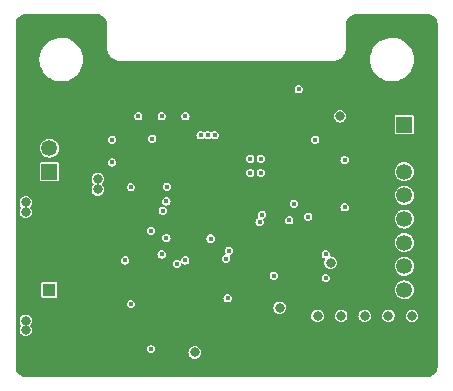
<source format=gbr>
%TF.GenerationSoftware,KiCad,Pcbnew,(6.0.10)*%
%TF.CreationDate,2024-02-10T14:34:54+01:00*%
%TF.ProjectId,TMC6300_HAL,544d4336-3330-4305-9f48-414c2e6b6963,rev?*%
%TF.SameCoordinates,Original*%
%TF.FileFunction,Copper,L2,Inr*%
%TF.FilePolarity,Positive*%
%FSLAX46Y46*%
G04 Gerber Fmt 4.6, Leading zero omitted, Abs format (unit mm)*
G04 Created by KiCad (PCBNEW (6.0.10)) date 2024-02-10 14:34:54*
%MOMM*%
%LPD*%
G01*
G04 APERTURE LIST*
%TA.AperFunction,ComponentPad*%
%ADD10R,1.350000X1.350000*%
%TD*%
%TA.AperFunction,ComponentPad*%
%ADD11C,1.350000*%
%TD*%
%TA.AperFunction,ComponentPad*%
%ADD12R,1.100000X1.100000*%
%TD*%
%TA.AperFunction,ComponentPad*%
%ADD13C,1.100000*%
%TD*%
%TA.AperFunction,ViaPad*%
%ADD14C,0.450000*%
%TD*%
%TA.AperFunction,ViaPad*%
%ADD15C,0.800000*%
%TD*%
G04 APERTURE END LIST*
D10*
%TO.N,/5V0*%
%TO.C,J101*%
X240050000Y-62500000D03*
D11*
%TO.N,VSS*%
X240050000Y-64500000D03*
%TO.N,/RAW_HALL_A*%
X240050000Y-66500000D03*
%TO.N,/RAW_HALL_B*%
X240050000Y-68500000D03*
%TO.N,/RAW_HALL_C*%
X240050000Y-70500000D03*
%TO.N,/BLDC_W*%
X240050000Y-72500000D03*
%TO.N,/BLDC_V*%
X240050000Y-74500000D03*
%TO.N,/BLDC_U*%
X240050000Y-76500000D03*
%TD*%
D12*
%TO.N,VS*%
%TO.C,J103*%
X210000000Y-76500000D03*
D13*
%TO.N,VSS*%
X210000000Y-74500000D03*
%TD*%
D11*
%TO.N,VSS*%
%TO.C,J102*%
X210000000Y-62500000D03*
%TO.N,/CMD_RX*%
X210000000Y-64500000D03*
D10*
%TO.N,/CMD_TX*%
X210000000Y-66500000D03*
%TD*%
D14*
%TO.N,VSS*%
X219700000Y-78600000D03*
%TO.N,Net-(IC101-Pad28)*%
X224000000Y-63400000D03*
%TO.N,Net-(IC101-Pad29)*%
X223400000Y-63400000D03*
%TO.N,Net-(IC101-Pad30)*%
X222800000Y-63400000D03*
%TO.N,VSS*%
X222300000Y-58050000D03*
X215750000Y-58050000D03*
%TO.N,Net-(IC101-Pad28)*%
X221510000Y-61790000D03*
%TO.N,Net-(IC101-Pad29)*%
X219510000Y-61790000D03*
%TO.N,Net-(IC101-Pad30)*%
X217510000Y-61790000D03*
%TO.N,VS_ADC*%
X220800000Y-74300000D03*
X219600000Y-69800000D03*
%TO.N,VDDA*%
X219900000Y-69000000D03*
%TO.N,VDD*%
X219500000Y-73500000D03*
%TO.N,GND*%
X221500000Y-74000000D03*
%TO.N,VDDA*%
X219900000Y-72100000D03*
%TO.N,VDD*%
X215300000Y-65700000D03*
X215300000Y-63800000D03*
%TO.N,VSS*%
X220700000Y-76100000D03*
%TO.N,VDD*%
X216400000Y-74000000D03*
D15*
%TO.N,VSS*%
X233600000Y-64300000D03*
%TO.N,/5V0*%
X234600000Y-61800000D03*
D14*
X216900000Y-77700000D03*
D15*
%TO.N,VSS*%
X215550000Y-70300000D03*
D14*
%TO.N,VDD*%
X216900000Y-67800000D03*
D15*
%TO.N,VS*%
X214100000Y-67100000D03*
X214100000Y-68000000D03*
D14*
X218600000Y-71500000D03*
X218600000Y-81500000D03*
D15*
%TO.N,VSS*%
X215500000Y-80300000D03*
X217800000Y-75500000D03*
%TO.N,/5V0*%
X208000000Y-79100000D03*
X208000000Y-79900000D03*
%TO.N,VSS*%
X208000000Y-81900000D03*
X208000000Y-81100000D03*
%TO.N,VDD*%
X208000000Y-69100000D03*
%TO.N,VSS*%
X208000000Y-71100000D03*
X208000000Y-71900000D03*
%TO.N,VDD*%
X208000000Y-69900000D03*
D14*
X218700000Y-63700000D03*
X235000000Y-65500000D03*
X225080000Y-77200000D03*
X235000000Y-69500000D03*
X219950000Y-67750000D03*
X231110000Y-59500000D03*
X227800000Y-70750000D03*
X232500000Y-63770000D03*
D15*
%TO.N,/BLDC_ISENSE*%
X222300000Y-81800000D03*
D14*
%TO.N,/BLDC_WL*%
X224950000Y-73850000D03*
X223650000Y-72150000D03*
%TO.N,/BLDC_VL*%
X229000000Y-75300000D03*
%TO.N,/BLDC_UL*%
X225200000Y-73200000D03*
%TO.N,VSS*%
X236600000Y-76500000D03*
D15*
X236700000Y-82700000D03*
D14*
X233000000Y-71500000D03*
X236000000Y-61200000D03*
X219700000Y-65500000D03*
X236600000Y-74500000D03*
X220300000Y-63700000D03*
X226600000Y-82800000D03*
X229000000Y-71300000D03*
X226910000Y-59500000D03*
X227810000Y-71710000D03*
X221900000Y-67250000D03*
D15*
X234700000Y-82700000D03*
D14*
X233000000Y-67500000D03*
X223000000Y-77900000D03*
X236600000Y-72500000D03*
D15*
X240700000Y-82700000D03*
D14*
X224000000Y-78700000D03*
X232500000Y-61230000D03*
X236000000Y-69500000D03*
X224000000Y-75000000D03*
X231750000Y-75000000D03*
X230750000Y-75000000D03*
X221800000Y-63400000D03*
D15*
X232700000Y-82700000D03*
D14*
X236000000Y-65500000D03*
X224900000Y-67250000D03*
X226000000Y-76800000D03*
X227000000Y-74700000D03*
X221900000Y-70250000D03*
X231750000Y-74000000D03*
D15*
X238700000Y-82700000D03*
D14*
X229300000Y-69900000D03*
X230750000Y-74000000D03*
X224120000Y-77200000D03*
X227000000Y-72700000D03*
X224900000Y-70250000D03*
%TO.N,/BLDC_WH*%
X228000000Y-70150000D03*
%TO.N,/BLDC_VH*%
X230300000Y-70600000D03*
%TO.N,/BLDC_UH*%
X230700000Y-69200000D03*
%TO.N,SYS_SWDIO*%
X227900000Y-66600000D03*
X227900000Y-65400000D03*
%TO.N,SYS_SWCLK*%
X227000000Y-65400000D03*
X227000000Y-66600000D03*
%TO.N,Net-(IC201-Pad16)*%
X233400000Y-75500000D03*
X233400000Y-73500000D03*
D15*
X229500000Y-78000000D03*
%TO.N,VS*%
X232700000Y-78700000D03*
X236700000Y-78700000D03*
X238700000Y-78700000D03*
X240700000Y-78700000D03*
D14*
X231900000Y-70300000D03*
D15*
X233800000Y-74200000D03*
X234700000Y-78700000D03*
%TD*%
%TA.AperFunction,Conductor*%
%TO.N,VSS*%
G36*
X213991094Y-53130647D02*
G01*
X214000000Y-53133033D01*
X214008012Y-53130886D01*
X214016308Y-53130886D01*
X214016308Y-53131454D01*
X214023779Y-53130842D01*
X214130001Y-53141304D01*
X214163850Y-53144638D01*
X214175960Y-53147048D01*
X214235365Y-53165068D01*
X214327571Y-53193038D01*
X214338981Y-53197764D01*
X214478705Y-53272448D01*
X214488974Y-53279309D01*
X214611447Y-53379820D01*
X214620180Y-53388553D01*
X214720691Y-53511026D01*
X214727552Y-53521295D01*
X214802236Y-53661019D01*
X214806962Y-53672429D01*
X214852952Y-53824038D01*
X214855362Y-53836151D01*
X214869158Y-53976221D01*
X214868546Y-53983692D01*
X214869114Y-53983692D01*
X214869114Y-53991988D01*
X214866967Y-54000000D01*
X214869114Y-54008011D01*
X214869353Y-54008903D01*
X214871500Y-54025210D01*
X214871500Y-55974790D01*
X214869353Y-55991094D01*
X214866967Y-56000000D01*
X214867297Y-56001230D01*
X214884399Y-56196711D01*
X214885112Y-56199372D01*
X214934794Y-56384789D01*
X214934796Y-56384795D01*
X214935506Y-56387444D01*
X214936666Y-56389932D01*
X214936668Y-56389937D01*
X214954229Y-56427596D01*
X215018957Y-56566406D01*
X215020530Y-56568652D01*
X215020532Y-56568656D01*
X215130640Y-56725907D01*
X215130643Y-56725911D01*
X215132216Y-56728157D01*
X215271843Y-56867784D01*
X215274089Y-56869357D01*
X215274093Y-56869360D01*
X215431345Y-56979468D01*
X215431349Y-56979470D01*
X215433595Y-56981043D01*
X215612556Y-57064494D01*
X215615205Y-57065204D01*
X215615211Y-57065206D01*
X215800628Y-57114888D01*
X215803289Y-57115601D01*
X215998770Y-57132703D01*
X216000000Y-57133033D01*
X216008016Y-57130885D01*
X216008017Y-57130885D01*
X216008313Y-57130805D01*
X216008906Y-57130647D01*
X216025210Y-57128500D01*
X233974790Y-57128500D01*
X233991094Y-57130647D01*
X233991687Y-57130805D01*
X233991983Y-57130885D01*
X233991984Y-57130885D01*
X234000000Y-57133033D01*
X234001230Y-57132703D01*
X234196711Y-57115601D01*
X234199372Y-57114888D01*
X234384789Y-57065206D01*
X234384795Y-57065204D01*
X234387444Y-57064494D01*
X234389932Y-57063334D01*
X234389937Y-57063332D01*
X234435480Y-57042095D01*
X237145028Y-57042095D01*
X237145245Y-57044368D01*
X237145245Y-57044373D01*
X237153673Y-57132703D01*
X237170534Y-57309431D01*
X237171075Y-57311640D01*
X237214075Y-57487368D01*
X237234364Y-57570285D01*
X237335182Y-57819192D01*
X237336332Y-57821157D01*
X237336334Y-57821160D01*
X237429627Y-57980491D01*
X237470875Y-58050938D01*
X237638601Y-58260669D01*
X237834846Y-58443991D01*
X238055499Y-58597064D01*
X238295938Y-58716680D01*
X238298111Y-58717392D01*
X238298115Y-58717394D01*
X238484854Y-58778610D01*
X238551126Y-58800335D01*
X238652329Y-58817907D01*
X238813820Y-58845947D01*
X238813826Y-58845948D01*
X238815717Y-58846276D01*
X238817632Y-58846371D01*
X238817638Y-58846372D01*
X238899801Y-58850462D01*
X238899806Y-58850462D01*
X238900567Y-58850500D01*
X239068223Y-58850500D01*
X239267846Y-58836016D01*
X239530080Y-58778120D01*
X239532205Y-58777315D01*
X239532208Y-58777314D01*
X239779079Y-58683783D01*
X239779082Y-58683782D01*
X239781211Y-58682975D01*
X239783208Y-58681866D01*
X240013980Y-58553683D01*
X240013983Y-58553681D01*
X240015976Y-58552574D01*
X240229458Y-58389650D01*
X240231053Y-58388019D01*
X240231058Y-58388014D01*
X240415584Y-58199252D01*
X240415586Y-58199250D01*
X240417185Y-58197614D01*
X240575225Y-57980491D01*
X240700265Y-57742828D01*
X240761196Y-57570285D01*
X240788930Y-57491751D01*
X240788932Y-57491744D01*
X240789688Y-57489603D01*
X240824765Y-57311640D01*
X240841178Y-57228365D01*
X240841178Y-57228364D01*
X240841620Y-57226122D01*
X240846306Y-57131999D01*
X240849724Y-57063332D01*
X240854972Y-56957905D01*
X240829466Y-56690569D01*
X240788855Y-56524603D01*
X240766179Y-56431933D01*
X240766178Y-56431930D01*
X240765636Y-56429715D01*
X240748515Y-56387444D01*
X240695749Y-56257172D01*
X240664818Y-56180808D01*
X240658502Y-56170021D01*
X240530276Y-55951027D01*
X240530273Y-55951023D01*
X240529125Y-55949062D01*
X240361399Y-55739331D01*
X240165154Y-55556009D01*
X239944501Y-55402936D01*
X239704062Y-55283320D01*
X239701889Y-55282608D01*
X239701885Y-55282606D01*
X239451052Y-55200379D01*
X239448874Y-55199665D01*
X239347671Y-55182093D01*
X239186180Y-55154053D01*
X239186174Y-55154052D01*
X239184283Y-55153724D01*
X239182368Y-55153629D01*
X239182362Y-55153628D01*
X239100199Y-55149538D01*
X239100194Y-55149538D01*
X239099433Y-55149500D01*
X238931777Y-55149500D01*
X238732154Y-55163984D01*
X238469920Y-55221880D01*
X238467795Y-55222685D01*
X238467792Y-55222686D01*
X238220921Y-55316217D01*
X238220918Y-55316218D01*
X238218789Y-55317025D01*
X238216795Y-55318133D01*
X238216792Y-55318134D01*
X237986020Y-55446317D01*
X237986017Y-55446319D01*
X237984024Y-55447426D01*
X237770542Y-55610350D01*
X237768947Y-55611981D01*
X237768942Y-55611986D01*
X237645975Y-55737776D01*
X237582815Y-55802386D01*
X237424775Y-56019509D01*
X237299735Y-56257172D01*
X237272778Y-56333509D01*
X237211070Y-56508249D01*
X237211068Y-56508256D01*
X237210312Y-56510397D01*
X237209873Y-56512626D01*
X237209871Y-56512632D01*
X237167009Y-56730098D01*
X237158380Y-56773878D01*
X237145028Y-57042095D01*
X234435480Y-57042095D01*
X234563914Y-56982205D01*
X234566406Y-56981043D01*
X234568652Y-56979470D01*
X234568656Y-56979468D01*
X234725907Y-56869360D01*
X234725911Y-56869357D01*
X234728157Y-56867784D01*
X234867784Y-56728157D01*
X234869357Y-56725911D01*
X234869360Y-56725907D01*
X234979468Y-56568656D01*
X234979470Y-56568652D01*
X234981043Y-56566406D01*
X235045771Y-56427596D01*
X235063332Y-56389937D01*
X235063334Y-56389932D01*
X235064494Y-56387444D01*
X235065204Y-56384795D01*
X235065206Y-56384789D01*
X235114888Y-56199372D01*
X235115601Y-56196711D01*
X235132703Y-56001230D01*
X235133033Y-56000000D01*
X235130647Y-55991094D01*
X235128500Y-55974790D01*
X235128500Y-54025210D01*
X235130647Y-54008903D01*
X235130886Y-54008011D01*
X235133033Y-54000000D01*
X235130886Y-53991988D01*
X235130886Y-53983692D01*
X235131454Y-53983692D01*
X235130842Y-53976221D01*
X235144638Y-53836151D01*
X235147048Y-53824038D01*
X235193038Y-53672429D01*
X235197764Y-53661019D01*
X235272448Y-53521295D01*
X235279309Y-53511026D01*
X235379820Y-53388553D01*
X235388553Y-53379820D01*
X235511026Y-53279309D01*
X235521295Y-53272448D01*
X235661019Y-53197764D01*
X235672429Y-53193038D01*
X235764635Y-53165068D01*
X235824040Y-53147048D01*
X235836150Y-53144638D01*
X235869999Y-53141304D01*
X235976221Y-53130842D01*
X235983692Y-53131454D01*
X235983692Y-53130886D01*
X235991988Y-53130886D01*
X236000000Y-53133033D01*
X236008906Y-53130647D01*
X236025210Y-53128500D01*
X241974790Y-53128500D01*
X241991094Y-53130647D01*
X242000000Y-53133033D01*
X242008012Y-53130886D01*
X242016308Y-53130886D01*
X242016308Y-53131454D01*
X242023779Y-53130842D01*
X242130001Y-53141304D01*
X242163850Y-53144638D01*
X242175960Y-53147048D01*
X242235365Y-53165068D01*
X242327571Y-53193038D01*
X242338981Y-53197764D01*
X242478705Y-53272448D01*
X242488974Y-53279309D01*
X242611447Y-53379820D01*
X242620180Y-53388553D01*
X242720691Y-53511026D01*
X242727552Y-53521295D01*
X242802236Y-53661019D01*
X242806962Y-53672429D01*
X242852952Y-53824038D01*
X242855362Y-53836151D01*
X242869158Y-53976221D01*
X242868546Y-53983692D01*
X242869114Y-53983692D01*
X242869114Y-53991988D01*
X242866967Y-54000000D01*
X242869114Y-54008011D01*
X242869353Y-54008903D01*
X242871500Y-54025210D01*
X242871500Y-82974790D01*
X242869353Y-82991094D01*
X242866967Y-83000000D01*
X242869114Y-83008012D01*
X242869114Y-83016308D01*
X242868546Y-83016308D01*
X242869158Y-83023779D01*
X242855362Y-83163849D01*
X242852952Y-83175962D01*
X242806962Y-83327571D01*
X242802236Y-83338981D01*
X242727552Y-83478705D01*
X242720691Y-83488974D01*
X242620180Y-83611447D01*
X242611447Y-83620180D01*
X242488974Y-83720691D01*
X242478705Y-83727552D01*
X242338981Y-83802236D01*
X242327571Y-83806962D01*
X242235365Y-83834932D01*
X242175960Y-83852952D01*
X242163850Y-83855362D01*
X242130001Y-83858696D01*
X242023779Y-83869158D01*
X242016308Y-83868546D01*
X242016308Y-83869114D01*
X242008012Y-83869114D01*
X242000000Y-83866967D01*
X241991094Y-83869353D01*
X241974790Y-83871500D01*
X208025210Y-83871500D01*
X208008906Y-83869353D01*
X208000000Y-83866967D01*
X207991988Y-83869114D01*
X207983692Y-83869114D01*
X207983692Y-83868546D01*
X207976221Y-83869158D01*
X207869999Y-83858696D01*
X207836150Y-83855362D01*
X207824040Y-83852952D01*
X207764635Y-83834932D01*
X207672429Y-83806962D01*
X207661019Y-83802236D01*
X207521295Y-83727552D01*
X207511026Y-83720691D01*
X207388553Y-83620180D01*
X207379820Y-83611447D01*
X207279309Y-83488974D01*
X207272448Y-83478705D01*
X207197764Y-83338981D01*
X207193038Y-83327571D01*
X207147048Y-83175962D01*
X207144638Y-83163849D01*
X207130842Y-83023779D01*
X207131454Y-83016308D01*
X207130886Y-83016308D01*
X207130886Y-83008012D01*
X207133033Y-83000000D01*
X207130647Y-82991094D01*
X207128500Y-82974790D01*
X207128500Y-81500000D01*
X218242094Y-81500000D01*
X218259611Y-81610599D01*
X218310448Y-81710372D01*
X218389628Y-81789552D01*
X218489401Y-81840389D01*
X218600000Y-81857906D01*
X218710599Y-81840389D01*
X218789867Y-81800000D01*
X221766940Y-81800000D01*
X221785104Y-81937966D01*
X221838356Y-82066530D01*
X221923070Y-82176930D01*
X222033470Y-82261644D01*
X222162034Y-82314896D01*
X222166126Y-82315435D01*
X222166127Y-82315435D01*
X222295906Y-82332521D01*
X222300000Y-82333060D01*
X222304094Y-82332521D01*
X222433873Y-82315435D01*
X222433874Y-82315435D01*
X222437966Y-82314896D01*
X222566530Y-82261644D01*
X222676930Y-82176930D01*
X222761644Y-82066530D01*
X222814896Y-81937966D01*
X222833060Y-81800000D01*
X222814896Y-81662034D01*
X222761644Y-81533470D01*
X222676930Y-81423070D01*
X222566530Y-81338356D01*
X222437966Y-81285104D01*
X222433874Y-81284565D01*
X222433873Y-81284565D01*
X222304094Y-81267479D01*
X222300000Y-81266940D01*
X222295906Y-81267479D01*
X222166127Y-81284565D01*
X222166126Y-81284565D01*
X222162034Y-81285104D01*
X222033470Y-81338356D01*
X221923070Y-81423070D01*
X221838356Y-81533470D01*
X221785104Y-81662034D01*
X221766940Y-81800000D01*
X218789867Y-81800000D01*
X218810372Y-81789552D01*
X218889552Y-81710372D01*
X218940389Y-81610599D01*
X218957906Y-81500000D01*
X218940389Y-81389401D01*
X218889552Y-81289628D01*
X218810372Y-81210448D01*
X218710599Y-81159611D01*
X218600000Y-81142094D01*
X218489401Y-81159611D01*
X218389628Y-81210448D01*
X218310448Y-81289628D01*
X218259611Y-81389401D01*
X218242094Y-81500000D01*
X207128500Y-81500000D01*
X207128500Y-79900000D01*
X207466940Y-79900000D01*
X207485104Y-80037966D01*
X207538356Y-80166530D01*
X207623070Y-80276930D01*
X207733470Y-80361644D01*
X207862034Y-80414896D01*
X207866126Y-80415435D01*
X207866127Y-80415435D01*
X207995906Y-80432521D01*
X208000000Y-80433060D01*
X208004094Y-80432521D01*
X208133873Y-80415435D01*
X208133874Y-80415435D01*
X208137966Y-80414896D01*
X208266530Y-80361644D01*
X208376930Y-80276930D01*
X208461644Y-80166530D01*
X208514896Y-80037966D01*
X208533060Y-79900000D01*
X208514896Y-79762034D01*
X208461644Y-79633470D01*
X208388656Y-79538351D01*
X208376176Y-79491777D01*
X208388656Y-79461648D01*
X208459132Y-79369804D01*
X208459133Y-79369803D01*
X208461644Y-79366530D01*
X208514896Y-79237966D01*
X208524737Y-79163222D01*
X208532521Y-79104094D01*
X208533060Y-79100000D01*
X208514896Y-78962034D01*
X208461644Y-78833470D01*
X208376930Y-78723070D01*
X208346865Y-78700000D01*
X232166940Y-78700000D01*
X232185104Y-78837966D01*
X232238356Y-78966530D01*
X232323070Y-79076930D01*
X232433470Y-79161644D01*
X232562034Y-79214896D01*
X232566126Y-79215435D01*
X232566127Y-79215435D01*
X232695906Y-79232521D01*
X232700000Y-79233060D01*
X232704094Y-79232521D01*
X232833873Y-79215435D01*
X232833874Y-79215435D01*
X232837966Y-79214896D01*
X232966530Y-79161644D01*
X233076930Y-79076930D01*
X233161644Y-78966530D01*
X233214896Y-78837966D01*
X233233060Y-78700000D01*
X234166940Y-78700000D01*
X234185104Y-78837966D01*
X234238356Y-78966530D01*
X234323070Y-79076930D01*
X234433470Y-79161644D01*
X234562034Y-79214896D01*
X234566126Y-79215435D01*
X234566127Y-79215435D01*
X234695906Y-79232521D01*
X234700000Y-79233060D01*
X234704094Y-79232521D01*
X234833873Y-79215435D01*
X234833874Y-79215435D01*
X234837966Y-79214896D01*
X234966530Y-79161644D01*
X235076930Y-79076930D01*
X235161644Y-78966530D01*
X235214896Y-78837966D01*
X235233060Y-78700000D01*
X236166940Y-78700000D01*
X236185104Y-78837966D01*
X236238356Y-78966530D01*
X236323070Y-79076930D01*
X236433470Y-79161644D01*
X236562034Y-79214896D01*
X236566126Y-79215435D01*
X236566127Y-79215435D01*
X236695906Y-79232521D01*
X236700000Y-79233060D01*
X236704094Y-79232521D01*
X236833873Y-79215435D01*
X236833874Y-79215435D01*
X236837966Y-79214896D01*
X236966530Y-79161644D01*
X237076930Y-79076930D01*
X237161644Y-78966530D01*
X237214896Y-78837966D01*
X237233060Y-78700000D01*
X238166940Y-78700000D01*
X238185104Y-78837966D01*
X238238356Y-78966530D01*
X238323070Y-79076930D01*
X238433470Y-79161644D01*
X238562034Y-79214896D01*
X238566126Y-79215435D01*
X238566127Y-79215435D01*
X238695906Y-79232521D01*
X238700000Y-79233060D01*
X238704094Y-79232521D01*
X238833873Y-79215435D01*
X238833874Y-79215435D01*
X238837966Y-79214896D01*
X238966530Y-79161644D01*
X239076930Y-79076930D01*
X239161644Y-78966530D01*
X239214896Y-78837966D01*
X239233060Y-78700000D01*
X240166940Y-78700000D01*
X240185104Y-78837966D01*
X240238356Y-78966530D01*
X240323070Y-79076930D01*
X240433470Y-79161644D01*
X240562034Y-79214896D01*
X240566126Y-79215435D01*
X240566127Y-79215435D01*
X240695906Y-79232521D01*
X240700000Y-79233060D01*
X240704094Y-79232521D01*
X240833873Y-79215435D01*
X240833874Y-79215435D01*
X240837966Y-79214896D01*
X240966530Y-79161644D01*
X241076930Y-79076930D01*
X241161644Y-78966530D01*
X241214896Y-78837966D01*
X241233060Y-78700000D01*
X241224944Y-78638356D01*
X241215435Y-78566127D01*
X241215435Y-78566126D01*
X241214896Y-78562034D01*
X241161644Y-78433470D01*
X241076930Y-78323070D01*
X241003247Y-78266530D01*
X240969804Y-78240868D01*
X240969803Y-78240867D01*
X240966530Y-78238356D01*
X240837966Y-78185104D01*
X240833874Y-78184565D01*
X240833873Y-78184565D01*
X240704094Y-78167479D01*
X240700000Y-78166940D01*
X240695906Y-78167479D01*
X240566127Y-78184565D01*
X240566126Y-78184565D01*
X240562034Y-78185104D01*
X240433470Y-78238356D01*
X240430197Y-78240867D01*
X240430196Y-78240868D01*
X240396753Y-78266530D01*
X240323070Y-78323070D01*
X240238356Y-78433470D01*
X240185104Y-78562034D01*
X240184565Y-78566126D01*
X240184565Y-78566127D01*
X240175056Y-78638356D01*
X240166940Y-78700000D01*
X239233060Y-78700000D01*
X239224944Y-78638356D01*
X239215435Y-78566127D01*
X239215435Y-78566126D01*
X239214896Y-78562034D01*
X239161644Y-78433470D01*
X239076930Y-78323070D01*
X239003247Y-78266530D01*
X238969804Y-78240868D01*
X238969803Y-78240867D01*
X238966530Y-78238356D01*
X238837966Y-78185104D01*
X238833874Y-78184565D01*
X238833873Y-78184565D01*
X238704094Y-78167479D01*
X238700000Y-78166940D01*
X238695906Y-78167479D01*
X238566127Y-78184565D01*
X238566126Y-78184565D01*
X238562034Y-78185104D01*
X238433470Y-78238356D01*
X238430197Y-78240867D01*
X238430196Y-78240868D01*
X238396753Y-78266530D01*
X238323070Y-78323070D01*
X238238356Y-78433470D01*
X238185104Y-78562034D01*
X238184565Y-78566126D01*
X238184565Y-78566127D01*
X238175056Y-78638356D01*
X238166940Y-78700000D01*
X237233060Y-78700000D01*
X237224944Y-78638356D01*
X237215435Y-78566127D01*
X237215435Y-78566126D01*
X237214896Y-78562034D01*
X237161644Y-78433470D01*
X237076930Y-78323070D01*
X237003247Y-78266530D01*
X236969804Y-78240868D01*
X236969803Y-78240867D01*
X236966530Y-78238356D01*
X236837966Y-78185104D01*
X236833874Y-78184565D01*
X236833873Y-78184565D01*
X236704094Y-78167479D01*
X236700000Y-78166940D01*
X236695906Y-78167479D01*
X236566127Y-78184565D01*
X236566126Y-78184565D01*
X236562034Y-78185104D01*
X236433470Y-78238356D01*
X236430197Y-78240867D01*
X236430196Y-78240868D01*
X236396753Y-78266530D01*
X236323070Y-78323070D01*
X236238356Y-78433470D01*
X236185104Y-78562034D01*
X236184565Y-78566126D01*
X236184565Y-78566127D01*
X236175056Y-78638356D01*
X236166940Y-78700000D01*
X235233060Y-78700000D01*
X235224944Y-78638356D01*
X235215435Y-78566127D01*
X235215435Y-78566126D01*
X235214896Y-78562034D01*
X235161644Y-78433470D01*
X235076930Y-78323070D01*
X235003247Y-78266530D01*
X234969804Y-78240868D01*
X234969803Y-78240867D01*
X234966530Y-78238356D01*
X234837966Y-78185104D01*
X234833874Y-78184565D01*
X234833873Y-78184565D01*
X234704094Y-78167479D01*
X234700000Y-78166940D01*
X234695906Y-78167479D01*
X234566127Y-78184565D01*
X234566126Y-78184565D01*
X234562034Y-78185104D01*
X234433470Y-78238356D01*
X234430197Y-78240867D01*
X234430196Y-78240868D01*
X234396753Y-78266530D01*
X234323070Y-78323070D01*
X234238356Y-78433470D01*
X234185104Y-78562034D01*
X234184565Y-78566126D01*
X234184565Y-78566127D01*
X234175056Y-78638356D01*
X234166940Y-78700000D01*
X233233060Y-78700000D01*
X233224944Y-78638356D01*
X233215435Y-78566127D01*
X233215435Y-78566126D01*
X233214896Y-78562034D01*
X233161644Y-78433470D01*
X233076930Y-78323070D01*
X233003247Y-78266530D01*
X232969804Y-78240868D01*
X232969803Y-78240867D01*
X232966530Y-78238356D01*
X232837966Y-78185104D01*
X232833874Y-78184565D01*
X232833873Y-78184565D01*
X232704094Y-78167479D01*
X232700000Y-78166940D01*
X232695906Y-78167479D01*
X232566127Y-78184565D01*
X232566126Y-78184565D01*
X232562034Y-78185104D01*
X232433470Y-78238356D01*
X232430197Y-78240867D01*
X232430196Y-78240868D01*
X232396753Y-78266530D01*
X232323070Y-78323070D01*
X232238356Y-78433470D01*
X232185104Y-78562034D01*
X232184565Y-78566126D01*
X232184565Y-78566127D01*
X232175056Y-78638356D01*
X232166940Y-78700000D01*
X208346865Y-78700000D01*
X208266530Y-78638356D01*
X208137966Y-78585104D01*
X208133874Y-78584565D01*
X208133873Y-78584565D01*
X208004094Y-78567479D01*
X208000000Y-78566940D01*
X207995906Y-78567479D01*
X207866127Y-78584565D01*
X207866126Y-78584565D01*
X207862034Y-78585104D01*
X207733470Y-78638356D01*
X207623070Y-78723070D01*
X207538356Y-78833470D01*
X207485104Y-78962034D01*
X207466940Y-79100000D01*
X207467479Y-79104094D01*
X207475264Y-79163222D01*
X207485104Y-79237966D01*
X207538356Y-79366530D01*
X207540867Y-79369803D01*
X207540868Y-79369804D01*
X207611344Y-79461648D01*
X207623824Y-79508223D01*
X207611345Y-79538351D01*
X207538356Y-79633470D01*
X207485104Y-79762034D01*
X207466940Y-79900000D01*
X207128500Y-79900000D01*
X207128500Y-77700000D01*
X216542094Y-77700000D01*
X216559611Y-77810599D01*
X216610448Y-77910372D01*
X216689628Y-77989552D01*
X216789401Y-78040389D01*
X216900000Y-78057906D01*
X217010599Y-78040389D01*
X217089867Y-78000000D01*
X228966940Y-78000000D01*
X228985104Y-78137966D01*
X229038356Y-78266530D01*
X229123070Y-78376930D01*
X229126349Y-78379446D01*
X229201719Y-78437280D01*
X229233470Y-78461644D01*
X229362034Y-78514896D01*
X229366126Y-78515435D01*
X229366127Y-78515435D01*
X229495906Y-78532521D01*
X229500000Y-78533060D01*
X229504094Y-78532521D01*
X229633873Y-78515435D01*
X229633874Y-78515435D01*
X229637966Y-78514896D01*
X229766530Y-78461644D01*
X229798282Y-78437280D01*
X229873651Y-78379446D01*
X229876930Y-78376930D01*
X229961644Y-78266530D01*
X230014896Y-78137966D01*
X230033060Y-78000000D01*
X230014896Y-77862034D01*
X229961644Y-77733470D01*
X229876930Y-77623070D01*
X229792008Y-77557906D01*
X229769804Y-77540868D01*
X229769803Y-77540867D01*
X229766530Y-77538356D01*
X229637966Y-77485104D01*
X229633874Y-77484565D01*
X229633873Y-77484565D01*
X229504094Y-77467479D01*
X229500000Y-77466940D01*
X229495906Y-77467479D01*
X229366127Y-77484565D01*
X229366126Y-77484565D01*
X229362034Y-77485104D01*
X229233470Y-77538356D01*
X229230197Y-77540867D01*
X229230196Y-77540868D01*
X229207992Y-77557906D01*
X229123070Y-77623070D01*
X229038356Y-77733470D01*
X228985104Y-77862034D01*
X228966940Y-78000000D01*
X217089867Y-78000000D01*
X217110372Y-77989552D01*
X217189552Y-77910372D01*
X217240389Y-77810599D01*
X217257906Y-77700000D01*
X217240389Y-77589401D01*
X217189552Y-77489628D01*
X217110372Y-77410448D01*
X217010599Y-77359611D01*
X216900000Y-77342094D01*
X216789401Y-77359611D01*
X216689628Y-77410448D01*
X216610448Y-77489628D01*
X216559611Y-77589401D01*
X216542094Y-77700000D01*
X207128500Y-77700000D01*
X207128500Y-77200000D01*
X224722094Y-77200000D01*
X224739611Y-77310599D01*
X224790448Y-77410372D01*
X224869628Y-77489552D01*
X224969401Y-77540389D01*
X225080000Y-77557906D01*
X225190599Y-77540389D01*
X225290372Y-77489552D01*
X225369552Y-77410372D01*
X225420389Y-77310599D01*
X225437906Y-77200000D01*
X225420389Y-77089401D01*
X225369552Y-76989628D01*
X225290372Y-76910448D01*
X225190599Y-76859611D01*
X225080000Y-76842094D01*
X224969401Y-76859611D01*
X224869628Y-76910448D01*
X224790448Y-76989628D01*
X224739611Y-77089401D01*
X224722094Y-77200000D01*
X207128500Y-77200000D01*
X207128500Y-77062654D01*
X209321500Y-77062654D01*
X209328956Y-77100138D01*
X209357357Y-77142643D01*
X209399862Y-77171044D01*
X209437346Y-77178500D01*
X210562654Y-77178500D01*
X210600138Y-77171044D01*
X210642643Y-77142643D01*
X210671044Y-77100138D01*
X210678500Y-77062654D01*
X210678500Y-76488710D01*
X239241495Y-76488710D01*
X239259086Y-76668114D01*
X239260196Y-76671452D01*
X239260197Y-76671455D01*
X239314873Y-76835817D01*
X239315986Y-76839162D01*
X239409367Y-76993354D01*
X239534589Y-77123025D01*
X239685428Y-77221731D01*
X239854386Y-77284566D01*
X239857871Y-77285031D01*
X240029580Y-77307942D01*
X240029581Y-77307942D01*
X240033066Y-77308407D01*
X240095643Y-77302712D01*
X240209087Y-77292388D01*
X240209090Y-77292387D01*
X240212588Y-77292069D01*
X240215929Y-77290983D01*
X240215931Y-77290983D01*
X240380682Y-77237452D01*
X240380683Y-77237451D01*
X240384030Y-77236364D01*
X240387054Y-77234561D01*
X240387057Y-77234560D01*
X240481097Y-77178500D01*
X240538869Y-77144061D01*
X240558932Y-77124956D01*
X240666858Y-77022179D01*
X240669411Y-77019748D01*
X240769168Y-76869602D01*
X240770416Y-76866318D01*
X240770418Y-76866313D01*
X240831929Y-76704382D01*
X240833181Y-76701087D01*
X240833671Y-76697601D01*
X240833672Y-76697597D01*
X240845695Y-76612046D01*
X240858269Y-76522577D01*
X240858584Y-76500000D01*
X240838490Y-76320859D01*
X240779207Y-76150622D01*
X240774932Y-76143781D01*
X240685549Y-76000737D01*
X240685547Y-76000734D01*
X240683682Y-75997750D01*
X240556662Y-75869840D01*
X240404460Y-75773250D01*
X240326735Y-75745573D01*
X240237956Y-75713960D01*
X240237953Y-75713959D01*
X240234641Y-75712780D01*
X240231146Y-75712363D01*
X240231145Y-75712363D01*
X240059137Y-75691852D01*
X240059133Y-75691852D01*
X240055645Y-75691436D01*
X239966006Y-75700857D01*
X239879866Y-75709910D01*
X239879863Y-75709911D01*
X239876368Y-75710278D01*
X239705722Y-75768371D01*
X239702727Y-75770214D01*
X239702724Y-75770215D01*
X239667632Y-75791804D01*
X239552186Y-75862827D01*
X239423392Y-75988951D01*
X239325742Y-76140475D01*
X239264088Y-76309868D01*
X239263647Y-76313359D01*
X239263646Y-76313363D01*
X239262257Y-76324360D01*
X239241495Y-76488710D01*
X210678500Y-76488710D01*
X210678500Y-75937346D01*
X210671044Y-75899862D01*
X210642643Y-75857357D01*
X210600138Y-75828956D01*
X210562654Y-75821500D01*
X209437346Y-75821500D01*
X209399862Y-75828956D01*
X209357357Y-75857357D01*
X209328956Y-75899862D01*
X209321500Y-75937346D01*
X209321500Y-77062654D01*
X207128500Y-77062654D01*
X207128500Y-75300000D01*
X228642094Y-75300000D01*
X228642870Y-75304900D01*
X228644817Y-75317192D01*
X228659611Y-75410599D01*
X228710448Y-75510372D01*
X228789628Y-75589552D01*
X228889401Y-75640389D01*
X229000000Y-75657906D01*
X229110599Y-75640389D01*
X229210372Y-75589552D01*
X229289552Y-75510372D01*
X229294837Y-75500000D01*
X233042094Y-75500000D01*
X233059611Y-75610599D01*
X233110448Y-75710372D01*
X233189628Y-75789552D01*
X233289401Y-75840389D01*
X233400000Y-75857906D01*
X233510599Y-75840389D01*
X233610372Y-75789552D01*
X233689552Y-75710372D01*
X233740389Y-75610599D01*
X233757906Y-75500000D01*
X233740389Y-75389401D01*
X233689552Y-75289628D01*
X233610372Y-75210448D01*
X233510599Y-75159611D01*
X233400000Y-75142094D01*
X233289401Y-75159611D01*
X233189628Y-75210448D01*
X233110448Y-75289628D01*
X233059611Y-75389401D01*
X233042094Y-75500000D01*
X229294837Y-75500000D01*
X229340389Y-75410599D01*
X229355183Y-75317192D01*
X229357130Y-75304900D01*
X229357906Y-75300000D01*
X229340389Y-75189401D01*
X229289552Y-75089628D01*
X229210372Y-75010448D01*
X229110599Y-74959611D01*
X229000000Y-74942094D01*
X228889401Y-74959611D01*
X228789628Y-75010448D01*
X228710448Y-75089628D01*
X228659611Y-75189401D01*
X228642094Y-75300000D01*
X207128500Y-75300000D01*
X207128500Y-74000000D01*
X216042094Y-74000000D01*
X216059611Y-74110599D01*
X216110448Y-74210372D01*
X216189628Y-74289552D01*
X216289401Y-74340389D01*
X216400000Y-74357906D01*
X216510599Y-74340389D01*
X216589867Y-74300000D01*
X220442094Y-74300000D01*
X220459611Y-74410599D01*
X220510448Y-74510372D01*
X220589628Y-74589552D01*
X220689401Y-74640389D01*
X220800000Y-74657906D01*
X220910599Y-74640389D01*
X221010372Y-74589552D01*
X221089552Y-74510372D01*
X221140389Y-74410599D01*
X221157906Y-74300000D01*
X221160734Y-74300448D01*
X221175582Y-74264602D01*
X221220130Y-74246150D01*
X221264678Y-74264602D01*
X221289628Y-74289552D01*
X221389401Y-74340389D01*
X221500000Y-74357906D01*
X221610599Y-74340389D01*
X221710372Y-74289552D01*
X221789552Y-74210372D01*
X221840389Y-74110599D01*
X221857906Y-74000000D01*
X221840389Y-73889401D01*
X221820313Y-73850000D01*
X224592094Y-73850000D01*
X224592870Y-73854900D01*
X224594126Y-73862827D01*
X224609611Y-73960599D01*
X224660448Y-74060372D01*
X224739628Y-74139552D01*
X224839401Y-74190389D01*
X224950000Y-74207906D01*
X225060599Y-74190389D01*
X225160372Y-74139552D01*
X225239552Y-74060372D01*
X225290389Y-73960599D01*
X225305874Y-73862827D01*
X225307130Y-73854900D01*
X225307906Y-73850000D01*
X225290389Y-73739401D01*
X225253468Y-73666940D01*
X225241803Y-73644045D01*
X225241802Y-73644043D01*
X225239552Y-73639628D01*
X225240604Y-73639092D01*
X225230535Y-73597138D01*
X225255733Y-73556028D01*
X225282900Y-73544776D01*
X225310599Y-73540389D01*
X225389867Y-73500000D01*
X233042094Y-73500000D01*
X233059611Y-73610599D01*
X233110448Y-73710372D01*
X233189628Y-73789552D01*
X233289401Y-73840389D01*
X233294304Y-73841166D01*
X233299014Y-73842696D01*
X233298551Y-73844122D01*
X233334637Y-73866233D01*
X233345895Y-73913119D01*
X233338972Y-73932667D01*
X233338356Y-73933470D01*
X233285104Y-74062034D01*
X233284565Y-74066126D01*
X233284565Y-74066127D01*
X233273834Y-74147634D01*
X233266940Y-74200000D01*
X233267479Y-74204094D01*
X233280165Y-74300448D01*
X233285104Y-74337966D01*
X233338356Y-74466530D01*
X233340867Y-74469803D01*
X233340868Y-74469804D01*
X233398832Y-74545343D01*
X233423070Y-74576930D01*
X233426349Y-74579446D01*
X233528599Y-74657906D01*
X233533470Y-74661644D01*
X233662034Y-74714896D01*
X233666126Y-74715435D01*
X233666127Y-74715435D01*
X233795906Y-74732521D01*
X233800000Y-74733060D01*
X233804094Y-74732521D01*
X233933873Y-74715435D01*
X233933874Y-74715435D01*
X233937966Y-74714896D01*
X234066530Y-74661644D01*
X234071402Y-74657906D01*
X234173651Y-74579446D01*
X234176930Y-74576930D01*
X234201168Y-74545343D01*
X234244625Y-74488710D01*
X239241495Y-74488710D01*
X239241839Y-74492218D01*
X239241839Y-74492219D01*
X239258452Y-74661644D01*
X239259086Y-74668114D01*
X239260196Y-74671452D01*
X239260197Y-74671455D01*
X239314873Y-74835817D01*
X239315986Y-74839162D01*
X239409367Y-74993354D01*
X239411814Y-74995888D01*
X239429260Y-75013954D01*
X239534589Y-75123025D01*
X239685428Y-75221731D01*
X239854386Y-75284566D01*
X239857871Y-75285031D01*
X240029580Y-75307942D01*
X240029581Y-75307942D01*
X240033066Y-75308407D01*
X240095643Y-75302712D01*
X240209087Y-75292388D01*
X240209090Y-75292387D01*
X240212588Y-75292069D01*
X240215929Y-75290983D01*
X240215931Y-75290983D01*
X240380682Y-75237452D01*
X240380683Y-75237451D01*
X240384030Y-75236364D01*
X240387054Y-75234561D01*
X240387057Y-75234560D01*
X240470230Y-75184978D01*
X240538869Y-75144061D01*
X240558932Y-75124956D01*
X240666858Y-75022179D01*
X240669411Y-75019748D01*
X240769168Y-74869602D01*
X240770416Y-74866318D01*
X240770418Y-74866313D01*
X240810054Y-74761969D01*
X240833181Y-74701087D01*
X240833671Y-74697601D01*
X240833672Y-74697597D01*
X240849349Y-74586046D01*
X240858269Y-74522577D01*
X240858391Y-74513878D01*
X240858556Y-74501986D01*
X240858584Y-74500000D01*
X240842646Y-74357906D01*
X240838883Y-74324360D01*
X240838882Y-74324357D01*
X240838490Y-74320859D01*
X240779207Y-74150622D01*
X240773697Y-74141804D01*
X240685549Y-74000737D01*
X240685547Y-74000734D01*
X240683682Y-73997750D01*
X240556662Y-73869840D01*
X240404460Y-73773250D01*
X240296980Y-73734978D01*
X240237956Y-73713960D01*
X240237953Y-73713959D01*
X240234641Y-73712780D01*
X240231146Y-73712363D01*
X240231145Y-73712363D01*
X240059137Y-73691852D01*
X240059133Y-73691852D01*
X240055645Y-73691436D01*
X239966006Y-73700857D01*
X239879866Y-73709910D01*
X239879863Y-73709911D01*
X239876368Y-73710278D01*
X239705722Y-73768371D01*
X239702727Y-73770214D01*
X239702724Y-73770215D01*
X239628954Y-73815599D01*
X239552186Y-73862827D01*
X239520043Y-73894304D01*
X239447828Y-73965022D01*
X239423392Y-73988951D01*
X239413114Y-74004900D01*
X239344996Y-74110599D01*
X239325742Y-74140475D01*
X239264088Y-74309868D01*
X239263647Y-74313359D01*
X239263646Y-74313363D01*
X239258117Y-74357130D01*
X239241495Y-74488710D01*
X234244625Y-74488710D01*
X234259132Y-74469804D01*
X234259133Y-74469803D01*
X234261644Y-74466530D01*
X234314896Y-74337966D01*
X234319836Y-74300448D01*
X234332521Y-74204094D01*
X234333060Y-74200000D01*
X234326166Y-74147634D01*
X234315435Y-74066127D01*
X234315435Y-74066126D01*
X234314896Y-74062034D01*
X234261644Y-73933470D01*
X234231591Y-73894304D01*
X234190815Y-73841165D01*
X234176930Y-73823070D01*
X234104168Y-73767237D01*
X234069804Y-73740868D01*
X234069803Y-73740867D01*
X234066530Y-73738356D01*
X233937966Y-73685104D01*
X233933874Y-73684565D01*
X233933873Y-73684565D01*
X233800000Y-73666940D01*
X233800199Y-73665431D01*
X233760595Y-73649027D01*
X233742143Y-73604479D01*
X233742919Y-73594624D01*
X233750815Y-73544774D01*
X233757906Y-73500000D01*
X233740389Y-73389401D01*
X233689552Y-73289628D01*
X233610372Y-73210448D01*
X233510599Y-73159611D01*
X233400000Y-73142094D01*
X233289401Y-73159611D01*
X233189628Y-73210448D01*
X233110448Y-73289628D01*
X233059611Y-73389401D01*
X233042094Y-73500000D01*
X225389867Y-73500000D01*
X225410372Y-73489552D01*
X225489552Y-73410372D01*
X225540389Y-73310599D01*
X225557906Y-73200000D01*
X225540389Y-73089401D01*
X225489552Y-72989628D01*
X225410372Y-72910448D01*
X225310599Y-72859611D01*
X225200000Y-72842094D01*
X225089401Y-72859611D01*
X224989628Y-72910448D01*
X224910448Y-72989628D01*
X224859611Y-73089401D01*
X224842094Y-73200000D01*
X224859611Y-73310599D01*
X224861865Y-73315022D01*
X224908196Y-73405952D01*
X224908216Y-73405991D01*
X224910448Y-73410372D01*
X224909396Y-73410908D01*
X224919465Y-73452862D01*
X224894267Y-73493972D01*
X224867100Y-73505224D01*
X224839401Y-73509611D01*
X224739628Y-73560448D01*
X224660448Y-73639628D01*
X224609611Y-73739401D01*
X224592094Y-73850000D01*
X221820313Y-73850000D01*
X221789552Y-73789628D01*
X221710372Y-73710448D01*
X221610599Y-73659611D01*
X221500000Y-73642094D01*
X221389401Y-73659611D01*
X221289628Y-73710448D01*
X221210448Y-73789628D01*
X221159611Y-73889401D01*
X221142094Y-74000000D01*
X221139266Y-73999552D01*
X221124418Y-74035398D01*
X221079870Y-74053850D01*
X221035322Y-74035398D01*
X221010372Y-74010448D01*
X220910599Y-73959611D01*
X220800000Y-73942094D01*
X220689401Y-73959611D01*
X220589628Y-74010448D01*
X220510448Y-74089628D01*
X220459611Y-74189401D01*
X220442094Y-74300000D01*
X216589867Y-74300000D01*
X216610372Y-74289552D01*
X216689552Y-74210372D01*
X216740389Y-74110599D01*
X216757906Y-74000000D01*
X216740389Y-73889401D01*
X216689552Y-73789628D01*
X216610372Y-73710448D01*
X216510599Y-73659611D01*
X216400000Y-73642094D01*
X216289401Y-73659611D01*
X216189628Y-73710448D01*
X216110448Y-73789628D01*
X216059611Y-73889401D01*
X216042094Y-74000000D01*
X207128500Y-74000000D01*
X207128500Y-73500000D01*
X219142094Y-73500000D01*
X219159611Y-73610599D01*
X219210448Y-73710372D01*
X219289628Y-73789552D01*
X219389401Y-73840389D01*
X219500000Y-73857906D01*
X219610599Y-73840389D01*
X219710372Y-73789552D01*
X219789552Y-73710372D01*
X219840389Y-73610599D01*
X219857906Y-73500000D01*
X219840389Y-73389401D01*
X219789552Y-73289628D01*
X219710372Y-73210448D01*
X219610599Y-73159611D01*
X219500000Y-73142094D01*
X219389401Y-73159611D01*
X219289628Y-73210448D01*
X219210448Y-73289628D01*
X219159611Y-73389401D01*
X219142094Y-73500000D01*
X207128500Y-73500000D01*
X207128500Y-72100000D01*
X219542094Y-72100000D01*
X219559611Y-72210599D01*
X219610448Y-72310372D01*
X219689628Y-72389552D01*
X219789401Y-72440389D01*
X219900000Y-72457906D01*
X220010599Y-72440389D01*
X220110372Y-72389552D01*
X220189552Y-72310372D01*
X220240389Y-72210599D01*
X220249987Y-72150000D01*
X223292094Y-72150000D01*
X223309611Y-72260599D01*
X223360448Y-72360372D01*
X223439628Y-72439552D01*
X223539401Y-72490389D01*
X223650000Y-72507906D01*
X223760599Y-72490389D01*
X223763894Y-72488710D01*
X239241495Y-72488710D01*
X239259086Y-72668114D01*
X239260196Y-72671452D01*
X239260197Y-72671455D01*
X239314873Y-72835817D01*
X239315986Y-72839162D01*
X239409367Y-72993354D01*
X239534589Y-73123025D01*
X239685428Y-73221731D01*
X239854386Y-73284566D01*
X239857871Y-73285031D01*
X240029580Y-73307942D01*
X240029581Y-73307942D01*
X240033066Y-73308407D01*
X240095643Y-73302712D01*
X240209087Y-73292388D01*
X240209090Y-73292387D01*
X240212588Y-73292069D01*
X240215929Y-73290983D01*
X240215931Y-73290983D01*
X240380682Y-73237452D01*
X240380683Y-73237451D01*
X240384030Y-73236364D01*
X240387054Y-73234561D01*
X240387057Y-73234560D01*
X240461450Y-73190212D01*
X240538869Y-73144061D01*
X240558932Y-73124956D01*
X240666858Y-73022179D01*
X240669411Y-73019748D01*
X240769168Y-72869602D01*
X240770416Y-72866318D01*
X240770418Y-72866313D01*
X240831929Y-72704382D01*
X240833181Y-72701087D01*
X240833671Y-72697601D01*
X240833672Y-72697597D01*
X240845695Y-72612046D01*
X240858269Y-72522577D01*
X240858584Y-72500000D01*
X240845802Y-72386046D01*
X240838883Y-72324360D01*
X240838882Y-72324357D01*
X240838490Y-72320859D01*
X240779207Y-72150622D01*
X240777340Y-72147634D01*
X240685549Y-72000737D01*
X240685547Y-72000734D01*
X240683682Y-71997750D01*
X240580702Y-71894048D01*
X240559146Y-71872341D01*
X240559144Y-71872339D01*
X240556662Y-71869840D01*
X240404460Y-71773250D01*
X240316964Y-71742094D01*
X240237956Y-71713960D01*
X240237953Y-71713959D01*
X240234641Y-71712780D01*
X240231146Y-71712363D01*
X240231145Y-71712363D01*
X240059137Y-71691852D01*
X240059133Y-71691852D01*
X240055645Y-71691436D01*
X239966007Y-71700857D01*
X239879866Y-71709910D01*
X239879863Y-71709911D01*
X239876368Y-71710278D01*
X239705722Y-71768371D01*
X239702727Y-71770214D01*
X239702724Y-71770215D01*
X239631628Y-71813954D01*
X239552186Y-71862827D01*
X239423392Y-71988951D01*
X239325742Y-72140475D01*
X239264088Y-72309868D01*
X239263647Y-72313359D01*
X239263646Y-72313363D01*
X239253737Y-72391804D01*
X239241495Y-72488710D01*
X223763894Y-72488710D01*
X223860372Y-72439552D01*
X223939552Y-72360372D01*
X223990389Y-72260599D01*
X224007906Y-72150000D01*
X223990389Y-72039401D01*
X223939552Y-71939628D01*
X223860372Y-71860448D01*
X223760599Y-71809611D01*
X223650000Y-71792094D01*
X223539401Y-71809611D01*
X223439628Y-71860448D01*
X223360448Y-71939628D01*
X223309611Y-72039401D01*
X223292094Y-72150000D01*
X220249987Y-72150000D01*
X220257906Y-72100000D01*
X220240389Y-71989401D01*
X220189552Y-71889628D01*
X220110372Y-71810448D01*
X220010599Y-71759611D01*
X219900000Y-71742094D01*
X219789401Y-71759611D01*
X219689628Y-71810448D01*
X219610448Y-71889628D01*
X219559611Y-71989401D01*
X219542094Y-72100000D01*
X207128500Y-72100000D01*
X207128500Y-71500000D01*
X218242094Y-71500000D01*
X218259611Y-71610599D01*
X218310448Y-71710372D01*
X218389628Y-71789552D01*
X218489401Y-71840389D01*
X218600000Y-71857906D01*
X218710599Y-71840389D01*
X218810372Y-71789552D01*
X218889552Y-71710372D01*
X218940389Y-71610599D01*
X218957906Y-71500000D01*
X218940389Y-71389401D01*
X218889552Y-71289628D01*
X218810372Y-71210448D01*
X218710599Y-71159611D01*
X218600000Y-71142094D01*
X218489401Y-71159611D01*
X218389628Y-71210448D01*
X218310448Y-71289628D01*
X218259611Y-71389401D01*
X218242094Y-71500000D01*
X207128500Y-71500000D01*
X207128500Y-70750000D01*
X227442094Y-70750000D01*
X227459611Y-70860599D01*
X227510448Y-70960372D01*
X227589628Y-71039552D01*
X227689401Y-71090389D01*
X227800000Y-71107906D01*
X227910599Y-71090389D01*
X228010372Y-71039552D01*
X228089552Y-70960372D01*
X228140389Y-70860599D01*
X228157906Y-70750000D01*
X228140389Y-70639401D01*
X228120313Y-70600000D01*
X229942094Y-70600000D01*
X229959611Y-70710599D01*
X230010448Y-70810372D01*
X230089628Y-70889552D01*
X230189401Y-70940389D01*
X230300000Y-70957906D01*
X230410599Y-70940389D01*
X230510372Y-70889552D01*
X230589552Y-70810372D01*
X230640389Y-70710599D01*
X230657906Y-70600000D01*
X230640389Y-70489401D01*
X230589552Y-70389628D01*
X230510372Y-70310448D01*
X230489867Y-70300000D01*
X231542094Y-70300000D01*
X231559611Y-70410599D01*
X231610448Y-70510372D01*
X231689628Y-70589552D01*
X231789401Y-70640389D01*
X231900000Y-70657906D01*
X232010599Y-70640389D01*
X232110372Y-70589552D01*
X232189552Y-70510372D01*
X232200589Y-70488710D01*
X239241495Y-70488710D01*
X239241839Y-70492218D01*
X239241839Y-70492219D01*
X239256444Y-70641165D01*
X239259086Y-70668114D01*
X239260196Y-70671452D01*
X239260197Y-70671455D01*
X239306409Y-70810372D01*
X239315986Y-70839162D01*
X239409367Y-70993354D01*
X239534589Y-71123025D01*
X239685428Y-71221731D01*
X239854386Y-71284566D01*
X239857871Y-71285031D01*
X240029580Y-71307942D01*
X240029581Y-71307942D01*
X240033066Y-71308407D01*
X240095643Y-71302712D01*
X240209087Y-71292388D01*
X240209090Y-71292387D01*
X240212588Y-71292069D01*
X240215929Y-71290983D01*
X240215931Y-71290983D01*
X240380682Y-71237452D01*
X240380683Y-71237451D01*
X240384030Y-71236364D01*
X240387054Y-71234561D01*
X240387057Y-71234560D01*
X240461450Y-71190212D01*
X240538869Y-71144061D01*
X240558932Y-71124956D01*
X240666858Y-71022179D01*
X240669411Y-71019748D01*
X240769168Y-70869602D01*
X240770416Y-70866318D01*
X240770418Y-70866313D01*
X240816462Y-70745100D01*
X240833181Y-70701087D01*
X240833671Y-70697601D01*
X240833672Y-70697597D01*
X240847388Y-70600000D01*
X240858269Y-70522577D01*
X240858346Y-70517115D01*
X240858556Y-70501986D01*
X240858584Y-70500000D01*
X240849560Y-70419550D01*
X240838883Y-70324360D01*
X240838882Y-70324357D01*
X240838490Y-70320859D01*
X240779207Y-70150622D01*
X240777340Y-70147634D01*
X240685549Y-70000737D01*
X240685547Y-70000734D01*
X240683682Y-69997750D01*
X240601530Y-69915022D01*
X240559146Y-69872341D01*
X240559144Y-69872339D01*
X240556662Y-69869840D01*
X240404460Y-69773250D01*
X240326735Y-69745573D01*
X240237956Y-69713960D01*
X240237953Y-69713959D01*
X240234641Y-69712780D01*
X240231146Y-69712363D01*
X240231145Y-69712363D01*
X240059137Y-69691852D01*
X240059133Y-69691852D01*
X240055645Y-69691436D01*
X239966006Y-69700857D01*
X239879866Y-69709910D01*
X239879863Y-69709911D01*
X239876368Y-69710278D01*
X239705722Y-69768371D01*
X239702727Y-69770214D01*
X239702724Y-69770215D01*
X239628954Y-69815599D01*
X239552186Y-69862827D01*
X239503403Y-69910599D01*
X239454146Y-69958835D01*
X239423392Y-69988951D01*
X239325742Y-70140475D01*
X239264088Y-70309868D01*
X239263647Y-70313359D01*
X239263646Y-70313363D01*
X239251363Y-70410599D01*
X239241495Y-70488710D01*
X232200589Y-70488710D01*
X232240389Y-70410599D01*
X232257906Y-70300000D01*
X232240389Y-70189401D01*
X232189552Y-70089628D01*
X232110372Y-70010448D01*
X232010599Y-69959611D01*
X231900000Y-69942094D01*
X231789401Y-69959611D01*
X231689628Y-70010448D01*
X231610448Y-70089628D01*
X231559611Y-70189401D01*
X231542094Y-70300000D01*
X230489867Y-70300000D01*
X230410599Y-70259611D01*
X230300000Y-70242094D01*
X230189401Y-70259611D01*
X230089628Y-70310448D01*
X230010448Y-70389628D01*
X229959611Y-70489401D01*
X229942094Y-70600000D01*
X228120313Y-70600000D01*
X228102573Y-70565183D01*
X228098789Y-70517115D01*
X228130105Y-70480450D01*
X228205952Y-70441804D01*
X228210372Y-70439552D01*
X228289552Y-70360372D01*
X228340389Y-70260599D01*
X228357906Y-70150000D01*
X228340389Y-70039401D01*
X228289552Y-69939628D01*
X228210372Y-69860448D01*
X228110599Y-69809611D01*
X228000000Y-69792094D01*
X227889401Y-69809611D01*
X227789628Y-69860448D01*
X227710448Y-69939628D01*
X227659611Y-70039401D01*
X227642094Y-70150000D01*
X227659611Y-70260599D01*
X227697427Y-70334817D01*
X227701211Y-70382885D01*
X227669895Y-70419550D01*
X227589628Y-70460448D01*
X227510448Y-70539628D01*
X227459611Y-70639401D01*
X227442094Y-70750000D01*
X207128500Y-70750000D01*
X207128500Y-69900000D01*
X207466940Y-69900000D01*
X207467479Y-69904094D01*
X207480203Y-70000737D01*
X207485104Y-70037966D01*
X207538356Y-70166530D01*
X207540867Y-70169803D01*
X207540868Y-70169804D01*
X207598832Y-70245343D01*
X207623070Y-70276930D01*
X207733470Y-70361644D01*
X207862034Y-70414896D01*
X207866126Y-70415435D01*
X207866127Y-70415435D01*
X207995906Y-70432521D01*
X208000000Y-70433060D01*
X208004094Y-70432521D01*
X208133873Y-70415435D01*
X208133874Y-70415435D01*
X208137966Y-70414896D01*
X208266530Y-70361644D01*
X208376930Y-70276930D01*
X208401168Y-70245343D01*
X208459132Y-70169804D01*
X208459133Y-70169803D01*
X208461644Y-70166530D01*
X208514896Y-70037966D01*
X208519798Y-70000737D01*
X208532521Y-69904094D01*
X208533060Y-69900000D01*
X208520540Y-69804900D01*
X208519895Y-69800000D01*
X219242094Y-69800000D01*
X219259611Y-69910599D01*
X219310448Y-70010372D01*
X219389628Y-70089552D01*
X219489401Y-70140389D01*
X219600000Y-70157906D01*
X219710599Y-70140389D01*
X219810372Y-70089552D01*
X219889552Y-70010372D01*
X219940389Y-69910599D01*
X219957906Y-69800000D01*
X219940389Y-69689401D01*
X219889552Y-69589628D01*
X219810372Y-69510448D01*
X219710599Y-69459611D01*
X219600000Y-69442094D01*
X219489401Y-69459611D01*
X219389628Y-69510448D01*
X219310448Y-69589628D01*
X219259611Y-69689401D01*
X219242094Y-69800000D01*
X208519895Y-69800000D01*
X208515435Y-69766127D01*
X208515435Y-69766126D01*
X208514896Y-69762034D01*
X208461644Y-69633470D01*
X208388656Y-69538351D01*
X208376176Y-69491777D01*
X208388656Y-69461648D01*
X208390220Y-69459611D01*
X208461644Y-69366530D01*
X208514896Y-69237966D01*
X208517034Y-69221731D01*
X208532521Y-69104094D01*
X208533060Y-69100000D01*
X208531082Y-69084978D01*
X208519894Y-69000000D01*
X219542094Y-69000000D01*
X219559611Y-69110599D01*
X219610448Y-69210372D01*
X219689628Y-69289552D01*
X219789401Y-69340389D01*
X219900000Y-69357906D01*
X220010599Y-69340389D01*
X220110372Y-69289552D01*
X220189552Y-69210372D01*
X220194837Y-69200000D01*
X230342094Y-69200000D01*
X230359611Y-69310599D01*
X230410448Y-69410372D01*
X230489628Y-69489552D01*
X230589401Y-69540389D01*
X230700000Y-69557906D01*
X230810599Y-69540389D01*
X230889867Y-69500000D01*
X234642094Y-69500000D01*
X234659611Y-69610599D01*
X234710448Y-69710372D01*
X234789628Y-69789552D01*
X234889401Y-69840389D01*
X235000000Y-69857906D01*
X235110599Y-69840389D01*
X235210372Y-69789552D01*
X235289552Y-69710372D01*
X235340389Y-69610599D01*
X235357906Y-69500000D01*
X235340389Y-69389401D01*
X235289552Y-69289628D01*
X235210372Y-69210448D01*
X235110599Y-69159611D01*
X235000000Y-69142094D01*
X234889401Y-69159611D01*
X234789628Y-69210448D01*
X234710448Y-69289628D01*
X234659611Y-69389401D01*
X234642094Y-69500000D01*
X230889867Y-69500000D01*
X230910372Y-69489552D01*
X230989552Y-69410372D01*
X231040389Y-69310599D01*
X231057906Y-69200000D01*
X231040389Y-69089401D01*
X230989552Y-68989628D01*
X230910372Y-68910448D01*
X230810599Y-68859611D01*
X230700000Y-68842094D01*
X230589401Y-68859611D01*
X230489628Y-68910448D01*
X230410448Y-68989628D01*
X230359611Y-69089401D01*
X230342094Y-69200000D01*
X220194837Y-69200000D01*
X220240389Y-69110599D01*
X220257906Y-69000000D01*
X220240389Y-68889401D01*
X220189552Y-68789628D01*
X220110372Y-68710448D01*
X220010599Y-68659611D01*
X219900000Y-68642094D01*
X219789401Y-68659611D01*
X219689628Y-68710448D01*
X219610448Y-68789628D01*
X219559611Y-68889401D01*
X219542094Y-69000000D01*
X208519894Y-69000000D01*
X208515435Y-68966127D01*
X208515435Y-68966126D01*
X208514896Y-68962034D01*
X208461644Y-68833470D01*
X208428003Y-68789628D01*
X208379446Y-68726349D01*
X208376930Y-68723070D01*
X208305311Y-68668114D01*
X208269804Y-68640868D01*
X208269803Y-68640867D01*
X208266530Y-68638356D01*
X208137966Y-68585104D01*
X208133874Y-68584565D01*
X208133873Y-68584565D01*
X208004094Y-68567479D01*
X208000000Y-68566940D01*
X207995906Y-68567479D01*
X207866127Y-68584565D01*
X207866126Y-68584565D01*
X207862034Y-68585104D01*
X207733470Y-68638356D01*
X207730197Y-68640867D01*
X207730196Y-68640868D01*
X207694689Y-68668114D01*
X207623070Y-68723070D01*
X207620554Y-68726349D01*
X207571998Y-68789628D01*
X207538356Y-68833470D01*
X207485104Y-68962034D01*
X207484565Y-68966126D01*
X207484565Y-68966127D01*
X207468918Y-69084978D01*
X207466940Y-69100000D01*
X207467479Y-69104094D01*
X207482967Y-69221731D01*
X207485104Y-69237966D01*
X207538356Y-69366530D01*
X207609781Y-69459611D01*
X207611344Y-69461648D01*
X207623824Y-69508223D01*
X207611345Y-69538351D01*
X207538356Y-69633470D01*
X207485104Y-69762034D01*
X207484565Y-69766126D01*
X207484565Y-69766127D01*
X207479460Y-69804900D01*
X207466940Y-69900000D01*
X207128500Y-69900000D01*
X207128500Y-68000000D01*
X213566940Y-68000000D01*
X213567479Y-68004094D01*
X213579027Y-68091804D01*
X213585104Y-68137966D01*
X213638356Y-68266530D01*
X213723070Y-68376930D01*
X213833470Y-68461644D01*
X213962034Y-68514896D01*
X213966126Y-68515435D01*
X213966127Y-68515435D01*
X214095906Y-68532521D01*
X214100000Y-68533060D01*
X214104094Y-68532521D01*
X214233873Y-68515435D01*
X214233874Y-68515435D01*
X214237966Y-68514896D01*
X214301186Y-68488710D01*
X239241495Y-68488710D01*
X239241839Y-68492218D01*
X239241839Y-68492219D01*
X239256611Y-68642870D01*
X239259086Y-68668114D01*
X239260196Y-68671452D01*
X239260197Y-68671455D01*
X239314873Y-68835817D01*
X239315986Y-68839162D01*
X239409367Y-68993354D01*
X239534589Y-69123025D01*
X239685428Y-69221731D01*
X239854386Y-69284566D01*
X239857871Y-69285031D01*
X240029580Y-69307942D01*
X240029581Y-69307942D01*
X240033066Y-69308407D01*
X240095643Y-69302712D01*
X240209087Y-69292388D01*
X240209090Y-69292387D01*
X240212588Y-69292069D01*
X240215929Y-69290983D01*
X240215931Y-69290983D01*
X240380682Y-69237452D01*
X240380683Y-69237451D01*
X240384030Y-69236364D01*
X240387054Y-69234561D01*
X240387057Y-69234560D01*
X240461450Y-69190212D01*
X240538869Y-69144061D01*
X240558932Y-69124956D01*
X240666858Y-69022179D01*
X240669411Y-69019748D01*
X240769168Y-68869602D01*
X240770416Y-68866318D01*
X240770418Y-68866313D01*
X240829625Y-68710448D01*
X240833181Y-68701087D01*
X240833671Y-68697601D01*
X240833672Y-68697597D01*
X240852034Y-68566940D01*
X240858269Y-68522577D01*
X240858584Y-68500000D01*
X240845062Y-68379446D01*
X240838883Y-68324360D01*
X240838882Y-68324357D01*
X240838490Y-68320859D01*
X240779207Y-68150622D01*
X240773298Y-68141165D01*
X240685549Y-68000737D01*
X240685547Y-68000734D01*
X240683682Y-67997750D01*
X240601530Y-67915022D01*
X240559146Y-67872341D01*
X240559144Y-67872339D01*
X240556662Y-67869840D01*
X240404460Y-67773250D01*
X240303445Y-67737280D01*
X240237956Y-67713960D01*
X240237953Y-67713959D01*
X240234641Y-67712780D01*
X240231146Y-67712363D01*
X240231145Y-67712363D01*
X240059137Y-67691852D01*
X240059133Y-67691852D01*
X240055645Y-67691436D01*
X239966007Y-67700857D01*
X239879866Y-67709910D01*
X239879863Y-67709911D01*
X239876368Y-67710278D01*
X239705722Y-67768371D01*
X239702727Y-67770214D01*
X239702724Y-67770215D01*
X239654310Y-67800000D01*
X239552186Y-67862827D01*
X239423392Y-67988951D01*
X239413633Y-68004094D01*
X239329997Y-68133873D01*
X239325742Y-68140475D01*
X239264088Y-68309868D01*
X239263647Y-68313359D01*
X239263646Y-68313363D01*
X239262257Y-68324360D01*
X239241495Y-68488710D01*
X214301186Y-68488710D01*
X214366530Y-68461644D01*
X214476930Y-68376930D01*
X214561644Y-68266530D01*
X214614896Y-68137966D01*
X214620974Y-68091804D01*
X214632521Y-68004094D01*
X214633060Y-68000000D01*
X214614896Y-67862034D01*
X214589201Y-67800000D01*
X216542094Y-67800000D01*
X216559611Y-67910599D01*
X216610448Y-68010372D01*
X216689628Y-68089552D01*
X216789401Y-68140389D01*
X216900000Y-68157906D01*
X217010599Y-68140389D01*
X217110372Y-68089552D01*
X217189552Y-68010372D01*
X217240389Y-67910599D01*
X217257906Y-67800000D01*
X217249987Y-67750000D01*
X219592094Y-67750000D01*
X219609611Y-67860599D01*
X219660448Y-67960372D01*
X219739628Y-68039552D01*
X219839401Y-68090389D01*
X219950000Y-68107906D01*
X220060599Y-68090389D01*
X220160372Y-68039552D01*
X220239552Y-67960372D01*
X220290389Y-67860599D01*
X220307906Y-67750000D01*
X220290389Y-67639401D01*
X220239552Y-67539628D01*
X220160372Y-67460448D01*
X220060599Y-67409611D01*
X219950000Y-67392094D01*
X219839401Y-67409611D01*
X219739628Y-67460448D01*
X219660448Y-67539628D01*
X219609611Y-67639401D01*
X219592094Y-67750000D01*
X217249987Y-67750000D01*
X217240389Y-67689401D01*
X217189552Y-67589628D01*
X217110372Y-67510448D01*
X217010599Y-67459611D01*
X216900000Y-67442094D01*
X216789401Y-67459611D01*
X216689628Y-67510448D01*
X216610448Y-67589628D01*
X216559611Y-67689401D01*
X216542094Y-67800000D01*
X214589201Y-67800000D01*
X214561644Y-67733470D01*
X214531591Y-67694304D01*
X214479446Y-67626349D01*
X214476930Y-67623070D01*
X214446840Y-67599981D01*
X214422731Y-67558223D01*
X214435211Y-67511648D01*
X214446840Y-67500019D01*
X214473651Y-67479446D01*
X214476930Y-67476930D01*
X214501168Y-67445343D01*
X214559132Y-67369804D01*
X214559133Y-67369803D01*
X214561644Y-67366530D01*
X214614896Y-67237966D01*
X214617034Y-67221731D01*
X214632521Y-67104094D01*
X214633060Y-67100000D01*
X214632285Y-67094114D01*
X214615435Y-66966127D01*
X214615435Y-66966126D01*
X214614896Y-66962034D01*
X214561644Y-66833470D01*
X214546611Y-66813878D01*
X214479446Y-66726349D01*
X214476930Y-66723070D01*
X214405311Y-66668114D01*
X214369804Y-66640868D01*
X214369803Y-66640867D01*
X214366530Y-66638356D01*
X214273929Y-66600000D01*
X226642094Y-66600000D01*
X226659611Y-66710599D01*
X226710448Y-66810372D01*
X226789628Y-66889552D01*
X226889401Y-66940389D01*
X227000000Y-66957906D01*
X227110599Y-66940389D01*
X227210372Y-66889552D01*
X227289552Y-66810372D01*
X227340389Y-66710599D01*
X227357906Y-66600000D01*
X227542094Y-66600000D01*
X227559611Y-66710599D01*
X227610448Y-66810372D01*
X227689628Y-66889552D01*
X227789401Y-66940389D01*
X227900000Y-66957906D01*
X228010599Y-66940389D01*
X228110372Y-66889552D01*
X228189552Y-66810372D01*
X228240389Y-66710599D01*
X228257906Y-66600000D01*
X228240389Y-66489401D01*
X228240037Y-66488710D01*
X239241495Y-66488710D01*
X239241839Y-66492218D01*
X239241839Y-66492219D01*
X239252888Y-66604900D01*
X239259086Y-66668114D01*
X239260196Y-66671452D01*
X239260197Y-66671455D01*
X239314873Y-66835817D01*
X239315986Y-66839162D01*
X239409367Y-66993354D01*
X239534589Y-67123025D01*
X239685428Y-67221731D01*
X239854386Y-67284566D01*
X239857871Y-67285031D01*
X240029580Y-67307942D01*
X240029581Y-67307942D01*
X240033066Y-67308407D01*
X240095643Y-67302712D01*
X240209087Y-67292388D01*
X240209090Y-67292387D01*
X240212588Y-67292069D01*
X240215929Y-67290983D01*
X240215931Y-67290983D01*
X240380682Y-67237452D01*
X240380683Y-67237451D01*
X240384030Y-67236364D01*
X240387054Y-67234561D01*
X240387057Y-67234560D01*
X240470928Y-67184562D01*
X240538869Y-67144061D01*
X240558932Y-67124956D01*
X240666858Y-67022179D01*
X240669411Y-67019748D01*
X240769168Y-66869602D01*
X240770416Y-66866318D01*
X240770418Y-66866313D01*
X240825786Y-66720554D01*
X240833181Y-66701087D01*
X240833671Y-66697601D01*
X240833672Y-66697597D01*
X240847388Y-66600000D01*
X240858269Y-66522577D01*
X240858584Y-66500000D01*
X240846204Y-66389628D01*
X240838883Y-66324360D01*
X240838882Y-66324357D01*
X240838490Y-66320859D01*
X240779207Y-66150622D01*
X240774932Y-66143781D01*
X240685549Y-66000737D01*
X240685547Y-66000734D01*
X240683682Y-65997750D01*
X240556662Y-65869840D01*
X240404460Y-65773250D01*
X240304108Y-65737516D01*
X240237956Y-65713960D01*
X240237953Y-65713959D01*
X240234641Y-65712780D01*
X240231146Y-65712363D01*
X240231145Y-65712363D01*
X240059137Y-65691852D01*
X240059133Y-65691852D01*
X240055645Y-65691436D01*
X239974161Y-65700000D01*
X239879866Y-65709910D01*
X239879863Y-65709911D01*
X239876368Y-65710278D01*
X239705722Y-65768371D01*
X239702727Y-65770214D01*
X239702724Y-65770215D01*
X239667632Y-65791804D01*
X239552186Y-65862827D01*
X239423392Y-65988951D01*
X239325742Y-66140475D01*
X239264088Y-66309868D01*
X239263647Y-66313359D01*
X239263646Y-66313363D01*
X239245682Y-66455568D01*
X239241495Y-66488710D01*
X228240037Y-66488710D01*
X228189552Y-66389628D01*
X228110372Y-66310448D01*
X228010599Y-66259611D01*
X227900000Y-66242094D01*
X227789401Y-66259611D01*
X227689628Y-66310448D01*
X227610448Y-66389628D01*
X227559611Y-66489401D01*
X227542094Y-66600000D01*
X227357906Y-66600000D01*
X227340389Y-66489401D01*
X227289552Y-66389628D01*
X227210372Y-66310448D01*
X227110599Y-66259611D01*
X227000000Y-66242094D01*
X226889401Y-66259611D01*
X226789628Y-66310448D01*
X226710448Y-66389628D01*
X226659611Y-66489401D01*
X226642094Y-66600000D01*
X214273929Y-66600000D01*
X214237966Y-66585104D01*
X214233874Y-66584565D01*
X214233873Y-66584565D01*
X214104094Y-66567479D01*
X214100000Y-66566940D01*
X214095906Y-66567479D01*
X213966127Y-66584565D01*
X213966126Y-66584565D01*
X213962034Y-66585104D01*
X213833470Y-66638356D01*
X213830197Y-66640867D01*
X213830196Y-66640868D01*
X213794689Y-66668114D01*
X213723070Y-66723070D01*
X213720554Y-66726349D01*
X213653390Y-66813878D01*
X213638356Y-66833470D01*
X213585104Y-66962034D01*
X213584565Y-66966126D01*
X213584565Y-66966127D01*
X213567715Y-67094114D01*
X213566940Y-67100000D01*
X213567479Y-67104094D01*
X213582967Y-67221731D01*
X213585104Y-67237966D01*
X213638356Y-67366530D01*
X213640867Y-67369803D01*
X213640868Y-67369804D01*
X213698832Y-67445343D01*
X213723070Y-67476930D01*
X213726349Y-67479446D01*
X213753160Y-67500019D01*
X213777269Y-67541777D01*
X213764789Y-67588352D01*
X213753161Y-67599980D01*
X213723070Y-67623070D01*
X213720554Y-67626349D01*
X213668410Y-67694304D01*
X213638356Y-67733470D01*
X213585104Y-67862034D01*
X213566940Y-68000000D01*
X207128500Y-68000000D01*
X207128500Y-67187654D01*
X209196500Y-67187654D01*
X209203956Y-67225138D01*
X209232357Y-67267643D01*
X209274862Y-67296044D01*
X209312346Y-67303500D01*
X210687654Y-67303500D01*
X210725138Y-67296044D01*
X210767643Y-67267643D01*
X210796044Y-67225138D01*
X210803500Y-67187654D01*
X210803500Y-65812346D01*
X210796044Y-65774862D01*
X210767643Y-65732357D01*
X210725138Y-65703956D01*
X210705250Y-65700000D01*
X214942094Y-65700000D01*
X214959611Y-65810599D01*
X215010448Y-65910372D01*
X215089628Y-65989552D01*
X215189401Y-66040389D01*
X215300000Y-66057906D01*
X215410599Y-66040389D01*
X215510372Y-65989552D01*
X215589552Y-65910372D01*
X215640389Y-65810599D01*
X215657906Y-65700000D01*
X215656616Y-65691852D01*
X215644447Y-65615022D01*
X215640389Y-65589401D01*
X215589552Y-65489628D01*
X215510372Y-65410448D01*
X215489867Y-65400000D01*
X226642094Y-65400000D01*
X226659611Y-65510599D01*
X226710448Y-65610372D01*
X226789628Y-65689552D01*
X226889401Y-65740389D01*
X227000000Y-65757906D01*
X227110599Y-65740389D01*
X227210372Y-65689552D01*
X227289552Y-65610372D01*
X227340389Y-65510599D01*
X227357906Y-65400000D01*
X227542094Y-65400000D01*
X227559611Y-65510599D01*
X227610448Y-65610372D01*
X227689628Y-65689552D01*
X227789401Y-65740389D01*
X227900000Y-65757906D01*
X228010599Y-65740389D01*
X228110372Y-65689552D01*
X228189552Y-65610372D01*
X228240389Y-65510599D01*
X228242068Y-65500000D01*
X234642094Y-65500000D01*
X234659611Y-65610599D01*
X234710448Y-65710372D01*
X234789628Y-65789552D01*
X234889401Y-65840389D01*
X235000000Y-65857906D01*
X235110599Y-65840389D01*
X235210372Y-65789552D01*
X235289552Y-65710372D01*
X235340389Y-65610599D01*
X235357906Y-65500000D01*
X235340389Y-65389401D01*
X235289552Y-65289628D01*
X235210372Y-65210448D01*
X235110599Y-65159611D01*
X235000000Y-65142094D01*
X234889401Y-65159611D01*
X234789628Y-65210448D01*
X234710448Y-65289628D01*
X234659611Y-65389401D01*
X234642094Y-65500000D01*
X228242068Y-65500000D01*
X228257906Y-65400000D01*
X228240389Y-65289401D01*
X228189552Y-65189628D01*
X228110372Y-65110448D01*
X228010599Y-65059611D01*
X227900000Y-65042094D01*
X227789401Y-65059611D01*
X227689628Y-65110448D01*
X227610448Y-65189628D01*
X227559611Y-65289401D01*
X227542094Y-65400000D01*
X227357906Y-65400000D01*
X227340389Y-65289401D01*
X227289552Y-65189628D01*
X227210372Y-65110448D01*
X227110599Y-65059611D01*
X227000000Y-65042094D01*
X226889401Y-65059611D01*
X226789628Y-65110448D01*
X226710448Y-65189628D01*
X226659611Y-65289401D01*
X226642094Y-65400000D01*
X215489867Y-65400000D01*
X215410599Y-65359611D01*
X215300000Y-65342094D01*
X215189401Y-65359611D01*
X215089628Y-65410448D01*
X215010448Y-65489628D01*
X214959611Y-65589401D01*
X214955553Y-65615022D01*
X214943385Y-65691852D01*
X214942094Y-65700000D01*
X210705250Y-65700000D01*
X210687654Y-65696500D01*
X209312346Y-65696500D01*
X209274862Y-65703956D01*
X209232357Y-65732357D01*
X209203956Y-65774862D01*
X209196500Y-65812346D01*
X209196500Y-67187654D01*
X207128500Y-67187654D01*
X207128500Y-64488710D01*
X209191495Y-64488710D01*
X209209086Y-64668114D01*
X209210196Y-64671452D01*
X209210197Y-64671455D01*
X209264873Y-64835817D01*
X209265986Y-64839162D01*
X209359367Y-64993354D01*
X209484589Y-65123025D01*
X209635428Y-65221731D01*
X209804386Y-65284566D01*
X209807871Y-65285031D01*
X209979580Y-65307942D01*
X209979581Y-65307942D01*
X209983066Y-65308407D01*
X210045643Y-65302712D01*
X210159087Y-65292388D01*
X210159090Y-65292387D01*
X210162588Y-65292069D01*
X210165929Y-65290983D01*
X210165931Y-65290983D01*
X210330682Y-65237452D01*
X210330683Y-65237451D01*
X210334030Y-65236364D01*
X210337054Y-65234561D01*
X210337057Y-65234560D01*
X210418311Y-65186122D01*
X210488869Y-65144061D01*
X210508932Y-65124956D01*
X210616858Y-65022179D01*
X210619411Y-65019748D01*
X210719168Y-64869602D01*
X210720416Y-64866318D01*
X210720418Y-64866313D01*
X210781929Y-64704382D01*
X210783181Y-64701087D01*
X210783671Y-64697601D01*
X210783672Y-64697597D01*
X210795695Y-64612046D01*
X210808269Y-64522577D01*
X210808584Y-64500000D01*
X210788490Y-64320859D01*
X210729207Y-64150622D01*
X210723298Y-64141165D01*
X210635549Y-64000737D01*
X210635547Y-64000734D01*
X210633682Y-63997750D01*
X210550394Y-63913878D01*
X210509146Y-63872341D01*
X210509144Y-63872339D01*
X210506662Y-63869840D01*
X210396611Y-63800000D01*
X214942094Y-63800000D01*
X214959611Y-63910599D01*
X215010448Y-64010372D01*
X215089628Y-64089552D01*
X215189401Y-64140389D01*
X215300000Y-64157906D01*
X215410599Y-64140389D01*
X215510372Y-64089552D01*
X215589552Y-64010372D01*
X215640389Y-63910599D01*
X215657906Y-63800000D01*
X215642068Y-63700000D01*
X218342094Y-63700000D01*
X218359611Y-63810599D01*
X218410448Y-63910372D01*
X218489628Y-63989552D01*
X218589401Y-64040389D01*
X218700000Y-64057906D01*
X218810599Y-64040389D01*
X218910372Y-63989552D01*
X218989552Y-63910372D01*
X219040389Y-63810599D01*
X219046819Y-63770000D01*
X232142094Y-63770000D01*
X232159611Y-63880599D01*
X232210448Y-63980372D01*
X232289628Y-64059552D01*
X232389401Y-64110389D01*
X232500000Y-64127906D01*
X232610599Y-64110389D01*
X232710372Y-64059552D01*
X232789552Y-63980372D01*
X232840389Y-63880599D01*
X232857906Y-63770000D01*
X232840389Y-63659401D01*
X232789552Y-63559628D01*
X232710372Y-63480448D01*
X232610599Y-63429611D01*
X232500000Y-63412094D01*
X232389401Y-63429611D01*
X232289628Y-63480448D01*
X232210448Y-63559628D01*
X232159611Y-63659401D01*
X232142094Y-63770000D01*
X219046819Y-63770000D01*
X219057906Y-63700000D01*
X219056616Y-63691852D01*
X219049111Y-63644472D01*
X219040389Y-63589401D01*
X218989552Y-63489628D01*
X218910372Y-63410448D01*
X218889867Y-63400000D01*
X222442094Y-63400000D01*
X222459611Y-63510599D01*
X222510448Y-63610372D01*
X222589628Y-63689552D01*
X222689401Y-63740389D01*
X222800000Y-63757906D01*
X222910599Y-63740389D01*
X223010372Y-63689552D01*
X223055452Y-63644472D01*
X223100000Y-63626020D01*
X223144548Y-63644472D01*
X223189628Y-63689552D01*
X223289401Y-63740389D01*
X223400000Y-63757906D01*
X223510599Y-63740389D01*
X223610372Y-63689552D01*
X223655452Y-63644472D01*
X223700000Y-63626020D01*
X223744548Y-63644472D01*
X223789628Y-63689552D01*
X223889401Y-63740389D01*
X224000000Y-63757906D01*
X224110599Y-63740389D01*
X224210372Y-63689552D01*
X224289552Y-63610372D01*
X224340389Y-63510599D01*
X224357906Y-63400000D01*
X224340389Y-63289401D01*
X224289552Y-63189628D01*
X224287578Y-63187654D01*
X239246500Y-63187654D01*
X239253956Y-63225138D01*
X239282357Y-63267643D01*
X239324862Y-63296044D01*
X239362346Y-63303500D01*
X240737654Y-63303500D01*
X240775138Y-63296044D01*
X240817643Y-63267643D01*
X240846044Y-63225138D01*
X240853500Y-63187654D01*
X240853500Y-61812346D01*
X240846044Y-61774862D01*
X240817643Y-61732357D01*
X240775138Y-61703956D01*
X240737654Y-61696500D01*
X239362346Y-61696500D01*
X239324862Y-61703956D01*
X239282357Y-61732357D01*
X239253956Y-61774862D01*
X239246500Y-61812346D01*
X239246500Y-63187654D01*
X224287578Y-63187654D01*
X224210372Y-63110448D01*
X224110599Y-63059611D01*
X224000000Y-63042094D01*
X223889401Y-63059611D01*
X223789628Y-63110448D01*
X223744548Y-63155528D01*
X223700000Y-63173980D01*
X223655452Y-63155528D01*
X223610372Y-63110448D01*
X223510599Y-63059611D01*
X223400000Y-63042094D01*
X223289401Y-63059611D01*
X223189628Y-63110448D01*
X223144548Y-63155528D01*
X223100000Y-63173980D01*
X223055452Y-63155528D01*
X223010372Y-63110448D01*
X222910599Y-63059611D01*
X222800000Y-63042094D01*
X222689401Y-63059611D01*
X222589628Y-63110448D01*
X222510448Y-63189628D01*
X222459611Y-63289401D01*
X222442094Y-63400000D01*
X218889867Y-63400000D01*
X218810599Y-63359611D01*
X218700000Y-63342094D01*
X218589401Y-63359611D01*
X218489628Y-63410448D01*
X218410448Y-63489628D01*
X218359611Y-63589401D01*
X218350889Y-63644472D01*
X218343385Y-63691852D01*
X218342094Y-63700000D01*
X215642068Y-63700000D01*
X215640389Y-63689401D01*
X215589552Y-63589628D01*
X215510372Y-63510448D01*
X215410599Y-63459611D01*
X215300000Y-63442094D01*
X215189401Y-63459611D01*
X215089628Y-63510448D01*
X215010448Y-63589628D01*
X214959611Y-63689401D01*
X214942094Y-63800000D01*
X210396611Y-63800000D01*
X210354460Y-63773250D01*
X210255846Y-63738135D01*
X210187956Y-63713960D01*
X210187953Y-63713959D01*
X210184641Y-63712780D01*
X210181146Y-63712363D01*
X210181145Y-63712363D01*
X210009137Y-63691852D01*
X210009133Y-63691852D01*
X210005645Y-63691436D01*
X209924161Y-63700000D01*
X209829866Y-63709910D01*
X209829863Y-63709911D01*
X209826368Y-63710278D01*
X209655722Y-63768371D01*
X209652727Y-63770214D01*
X209652724Y-63770215D01*
X209604310Y-63800000D01*
X209502186Y-63862827D01*
X209453403Y-63910599D01*
X209382153Y-63980372D01*
X209373392Y-63988951D01*
X209362436Y-64005952D01*
X209296584Y-64108135D01*
X209275742Y-64140475D01*
X209214088Y-64309868D01*
X209213647Y-64313359D01*
X209213646Y-64313363D01*
X209212257Y-64324360D01*
X209191495Y-64488710D01*
X207128500Y-64488710D01*
X207128500Y-61790000D01*
X217152094Y-61790000D01*
X217169611Y-61900599D01*
X217220448Y-62000372D01*
X217299628Y-62079552D01*
X217399401Y-62130389D01*
X217510000Y-62147906D01*
X217620599Y-62130389D01*
X217720372Y-62079552D01*
X217799552Y-62000372D01*
X217850389Y-61900599D01*
X217867906Y-61790000D01*
X219152094Y-61790000D01*
X219169611Y-61900599D01*
X219220448Y-62000372D01*
X219299628Y-62079552D01*
X219399401Y-62130389D01*
X219510000Y-62147906D01*
X219620599Y-62130389D01*
X219720372Y-62079552D01*
X219799552Y-62000372D01*
X219850389Y-61900599D01*
X219867906Y-61790000D01*
X221152094Y-61790000D01*
X221169611Y-61900599D01*
X221220448Y-62000372D01*
X221299628Y-62079552D01*
X221399401Y-62130389D01*
X221510000Y-62147906D01*
X221620599Y-62130389D01*
X221720372Y-62079552D01*
X221799552Y-62000372D01*
X221850389Y-61900599D01*
X221866322Y-61800000D01*
X234066940Y-61800000D01*
X234085104Y-61937966D01*
X234138356Y-62066530D01*
X234223070Y-62176930D01*
X234333470Y-62261644D01*
X234462034Y-62314896D01*
X234466126Y-62315435D01*
X234466127Y-62315435D01*
X234595906Y-62332521D01*
X234600000Y-62333060D01*
X234604094Y-62332521D01*
X234733873Y-62315435D01*
X234733874Y-62315435D01*
X234737966Y-62314896D01*
X234866530Y-62261644D01*
X234976930Y-62176930D01*
X235061644Y-62066530D01*
X235114896Y-61937966D01*
X235133060Y-61800000D01*
X235129750Y-61774862D01*
X235115435Y-61666127D01*
X235115435Y-61666126D01*
X235114896Y-61662034D01*
X235061644Y-61533470D01*
X234976930Y-61423070D01*
X234866530Y-61338356D01*
X234737966Y-61285104D01*
X234733874Y-61284565D01*
X234733873Y-61284565D01*
X234604094Y-61267479D01*
X234600000Y-61266940D01*
X234595906Y-61267479D01*
X234466127Y-61284565D01*
X234466126Y-61284565D01*
X234462034Y-61285104D01*
X234333470Y-61338356D01*
X234223070Y-61423070D01*
X234138356Y-61533470D01*
X234085104Y-61662034D01*
X234084565Y-61666126D01*
X234084565Y-61666127D01*
X234070250Y-61774862D01*
X234066940Y-61800000D01*
X221866322Y-61800000D01*
X221867906Y-61790000D01*
X221850389Y-61679401D01*
X221799552Y-61579628D01*
X221720372Y-61500448D01*
X221620599Y-61449611D01*
X221510000Y-61432094D01*
X221399401Y-61449611D01*
X221299628Y-61500448D01*
X221220448Y-61579628D01*
X221169611Y-61679401D01*
X221152094Y-61790000D01*
X219867906Y-61790000D01*
X219850389Y-61679401D01*
X219799552Y-61579628D01*
X219720372Y-61500448D01*
X219620599Y-61449611D01*
X219510000Y-61432094D01*
X219399401Y-61449611D01*
X219299628Y-61500448D01*
X219220448Y-61579628D01*
X219169611Y-61679401D01*
X219152094Y-61790000D01*
X217867906Y-61790000D01*
X217850389Y-61679401D01*
X217799552Y-61579628D01*
X217720372Y-61500448D01*
X217620599Y-61449611D01*
X217510000Y-61432094D01*
X217399401Y-61449611D01*
X217299628Y-61500448D01*
X217220448Y-61579628D01*
X217169611Y-61679401D01*
X217152094Y-61790000D01*
X207128500Y-61790000D01*
X207128500Y-59500000D01*
X230752094Y-59500000D01*
X230769611Y-59610599D01*
X230820448Y-59710372D01*
X230899628Y-59789552D01*
X230999401Y-59840389D01*
X231110000Y-59857906D01*
X231220599Y-59840389D01*
X231320372Y-59789552D01*
X231399552Y-59710372D01*
X231450389Y-59610599D01*
X231467906Y-59500000D01*
X231450389Y-59389401D01*
X231399552Y-59289628D01*
X231320372Y-59210448D01*
X231220599Y-59159611D01*
X231110000Y-59142094D01*
X230999401Y-59159611D01*
X230899628Y-59210448D01*
X230820448Y-59289628D01*
X230769611Y-59389401D01*
X230752094Y-59500000D01*
X207128500Y-59500000D01*
X207128500Y-57042095D01*
X209145028Y-57042095D01*
X209145245Y-57044368D01*
X209145245Y-57044373D01*
X209153673Y-57132703D01*
X209170534Y-57309431D01*
X209171075Y-57311640D01*
X209214075Y-57487368D01*
X209234364Y-57570285D01*
X209335182Y-57819192D01*
X209336332Y-57821157D01*
X209336334Y-57821160D01*
X209429627Y-57980491D01*
X209470875Y-58050938D01*
X209638601Y-58260669D01*
X209834846Y-58443991D01*
X210055499Y-58597064D01*
X210295938Y-58716680D01*
X210298111Y-58717392D01*
X210298115Y-58717394D01*
X210484854Y-58778610D01*
X210551126Y-58800335D01*
X210652329Y-58817907D01*
X210813820Y-58845947D01*
X210813826Y-58845948D01*
X210815717Y-58846276D01*
X210817632Y-58846371D01*
X210817638Y-58846372D01*
X210899801Y-58850462D01*
X210899806Y-58850462D01*
X210900567Y-58850500D01*
X211068223Y-58850500D01*
X211267846Y-58836016D01*
X211530080Y-58778120D01*
X211532205Y-58777315D01*
X211532208Y-58777314D01*
X211779079Y-58683783D01*
X211779082Y-58683782D01*
X211781211Y-58682975D01*
X211783208Y-58681866D01*
X212013980Y-58553683D01*
X212013983Y-58553681D01*
X212015976Y-58552574D01*
X212229458Y-58389650D01*
X212231053Y-58388019D01*
X212231058Y-58388014D01*
X212415584Y-58199252D01*
X212415586Y-58199250D01*
X212417185Y-58197614D01*
X212575225Y-57980491D01*
X212700265Y-57742828D01*
X212761196Y-57570285D01*
X212788930Y-57491751D01*
X212788932Y-57491744D01*
X212789688Y-57489603D01*
X212824765Y-57311640D01*
X212841178Y-57228365D01*
X212841178Y-57228364D01*
X212841620Y-57226122D01*
X212846306Y-57131999D01*
X212849724Y-57063332D01*
X212854972Y-56957905D01*
X212829466Y-56690569D01*
X212788855Y-56524603D01*
X212766179Y-56431933D01*
X212766178Y-56431930D01*
X212765636Y-56429715D01*
X212748515Y-56387444D01*
X212695749Y-56257172D01*
X212664818Y-56180808D01*
X212658502Y-56170021D01*
X212530276Y-55951027D01*
X212530273Y-55951023D01*
X212529125Y-55949062D01*
X212361399Y-55739331D01*
X212165154Y-55556009D01*
X211944501Y-55402936D01*
X211704062Y-55283320D01*
X211701889Y-55282608D01*
X211701885Y-55282606D01*
X211451052Y-55200379D01*
X211448874Y-55199665D01*
X211347671Y-55182093D01*
X211186180Y-55154053D01*
X211186174Y-55154052D01*
X211184283Y-55153724D01*
X211182368Y-55153629D01*
X211182362Y-55153628D01*
X211100199Y-55149538D01*
X211100194Y-55149538D01*
X211099433Y-55149500D01*
X210931777Y-55149500D01*
X210732154Y-55163984D01*
X210469920Y-55221880D01*
X210467795Y-55222685D01*
X210467792Y-55222686D01*
X210220921Y-55316217D01*
X210220918Y-55316218D01*
X210218789Y-55317025D01*
X210216795Y-55318133D01*
X210216792Y-55318134D01*
X209986020Y-55446317D01*
X209986017Y-55446319D01*
X209984024Y-55447426D01*
X209770542Y-55610350D01*
X209768947Y-55611981D01*
X209768942Y-55611986D01*
X209645975Y-55737776D01*
X209582815Y-55802386D01*
X209424775Y-56019509D01*
X209299735Y-56257172D01*
X209272778Y-56333509D01*
X209211070Y-56508249D01*
X209211068Y-56508256D01*
X209210312Y-56510397D01*
X209209873Y-56512626D01*
X209209871Y-56512632D01*
X209167009Y-56730098D01*
X209158380Y-56773878D01*
X209145028Y-57042095D01*
X207128500Y-57042095D01*
X207128500Y-54025210D01*
X207130647Y-54008903D01*
X207130886Y-54008011D01*
X207133033Y-54000000D01*
X207130886Y-53991988D01*
X207130886Y-53983692D01*
X207131454Y-53983692D01*
X207130842Y-53976221D01*
X207144638Y-53836151D01*
X207147048Y-53824038D01*
X207193038Y-53672429D01*
X207197764Y-53661019D01*
X207272448Y-53521295D01*
X207279309Y-53511026D01*
X207379820Y-53388553D01*
X207388553Y-53379820D01*
X207511026Y-53279309D01*
X207521295Y-53272448D01*
X207661019Y-53197764D01*
X207672429Y-53193038D01*
X207764635Y-53165068D01*
X207824040Y-53147048D01*
X207836150Y-53144638D01*
X207869999Y-53141304D01*
X207976221Y-53130842D01*
X207983692Y-53131454D01*
X207983692Y-53130886D01*
X207991988Y-53130886D01*
X208000000Y-53133033D01*
X208008906Y-53130647D01*
X208025210Y-53128500D01*
X213974790Y-53128500D01*
X213991094Y-53130647D01*
G37*
%TD.AperFunction*%
%TD*%
M02*

</source>
